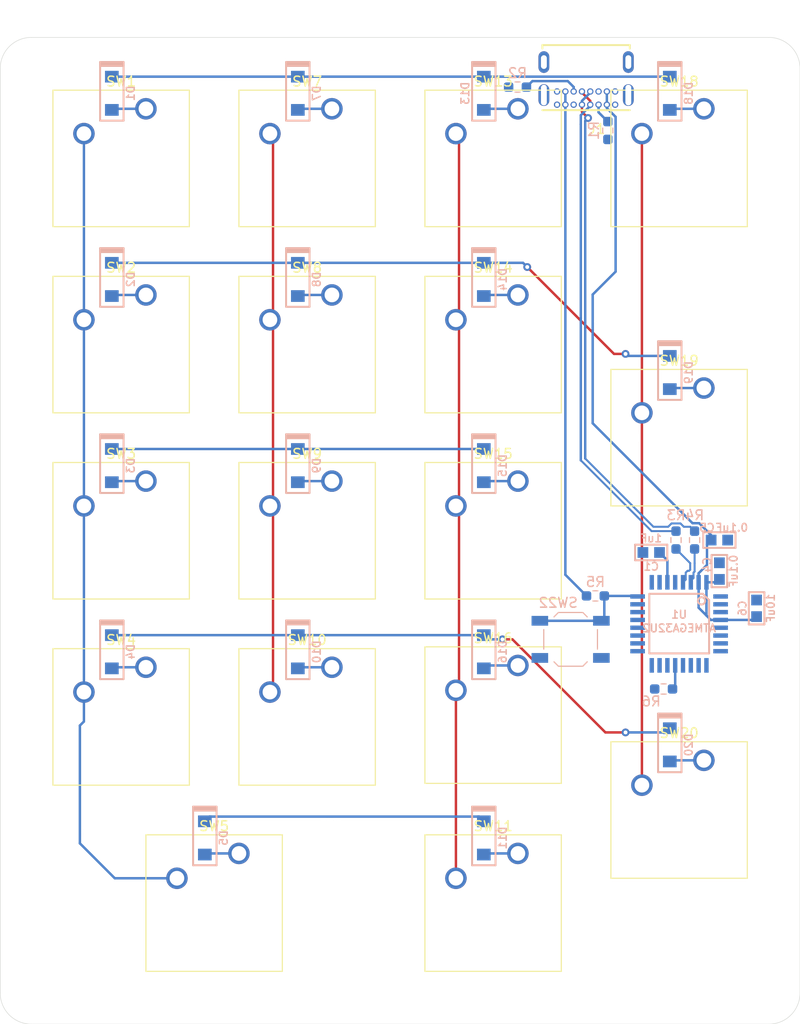
<source format=kicad_pcb>
(kicad_pcb (version 20171130) (host pcbnew "(5.1.10)-1")

  (general
    (thickness 1.6)
    (drawings 8)
    (tracks 181)
    (zones 0)
    (modules 47)
    (nets 62)
  )

  (page A4)
  (layers
    (0 F.Cu signal)
    (31 B.Cu signal)
    (32 B.Adhes user)
    (33 F.Adhes user)
    (34 B.Paste user)
    (35 F.Paste user)
    (36 B.SilkS user)
    (37 F.SilkS user)
    (38 B.Mask user)
    (39 F.Mask user)
    (40 Dwgs.User user)
    (41 Cmts.User user)
    (42 Eco1.User user)
    (43 Eco2.User user)
    (44 Edge.Cuts user)
    (45 Margin user)
    (46 B.CrtYd user)
    (47 F.CrtYd user)
    (48 B.Fab user)
    (49 F.Fab user)
  )

  (setup
    (last_trace_width 0.25)
    (trace_clearance 0.2)
    (zone_clearance 0.508)
    (zone_45_only no)
    (trace_min 0.2)
    (via_size 0.8)
    (via_drill 0.4)
    (via_min_size 0.4)
    (via_min_drill 0.3)
    (uvia_size 0.3)
    (uvia_drill 0.1)
    (uvias_allowed no)
    (uvia_min_size 0.2)
    (uvia_min_drill 0.1)
    (edge_width 0.05)
    (segment_width 0.2)
    (pcb_text_width 0.3)
    (pcb_text_size 1.5 1.5)
    (mod_edge_width 0.12)
    (mod_text_size 1 1)
    (mod_text_width 0.15)
    (pad_size 1.524 1.524)
    (pad_drill 0.762)
    (pad_to_mask_clearance 0)
    (aux_axis_origin 0 0)
    (visible_elements FFFFFF7F)
    (pcbplotparams
      (layerselection 0x010fc_ffffffff)
      (usegerberextensions false)
      (usegerberattributes true)
      (usegerberadvancedattributes true)
      (creategerberjobfile true)
      (excludeedgelayer true)
      (linewidth 0.100000)
      (plotframeref false)
      (viasonmask false)
      (mode 1)
      (useauxorigin false)
      (hpglpennumber 1)
      (hpglpenspeed 20)
      (hpglpendiameter 15.000000)
      (psnegative false)
      (psa4output false)
      (plotreference true)
      (plotvalue true)
      (plotinvisibletext false)
      (padsonsilk false)
      (subtractmaskfromsilk false)
      (outputformat 1)
      (mirror false)
      (drillshape 1)
      (scaleselection 1)
      (outputdirectory ""))
  )

  (net 0 "")
  (net 1 "Net-(C1-Pad2)")
  (net 2 VCC)
  (net 3 /row0)
  (net 4 "Net-(D1-Pad2)")
  (net 5 /row1)
  (net 6 "Net-(D2-Pad2)")
  (net 7 /row2)
  (net 8 "Net-(D3-Pad2)")
  (net 9 /row3)
  (net 10 "Net-(D4-Pad2)")
  (net 11 /row4)
  (net 12 "Net-(D5-Pad2)")
  (net 13 "Net-(D7-Pad2)")
  (net 14 "Net-(D8-Pad2)")
  (net 15 "Net-(D9-Pad2)")
  (net 16 "Net-(D10-Pad2)")
  (net 17 "Net-(D11-Pad2)")
  (net 18 "Net-(D13-Pad2)")
  (net 19 "Net-(D14-Pad2)")
  (net 20 "Net-(D15-Pad2)")
  (net 21 "Net-(D16-Pad2)")
  (net 22 "Net-(D18-Pad2)")
  (net 23 "Net-(D19-Pad2)")
  (net 24 "Net-(D20-Pad2)")
  (net 25 /D+)
  (net 26 /D-)
  (net 27 "Net-(J1-PadA8)")
  (net 28 "Net-(J1-PadB8)")
  (net 29 "Net-(R5-Pad1)")
  (net 30 "Net-(R6-Pad1)")
  (net 31 /col0)
  (net 32 /col1)
  (net 33 /col2)
  (net 34 /col3)
  (net 35 "Net-(U1-Pad16)")
  (net 36 "Net-(U1-Pad15)")
  (net 37 "Net-(U1-Pad14)")
  (net 38 "Net-(U1-Pad12)")
  (net 39 "Net-(U1-Pad11)")
  (net 40 "Net-(U1-Pad10)")
  (net 41 "Net-(U1-Pad9)")
  (net 42 "Net-(U1-Pad25)")
  (net 43 "Net-(U1-Pad26)")
  (net 44 "Net-(U1-Pad23)")
  (net 45 "Net-(U1-Pad22)")
  (net 46 "Net-(U1-Pad21)")
  (net 47 "Net-(U1-Pad20)")
  (net 48 "Net-(U1-Pad19)")
  (net 49 "Net-(U1-Pad18)")
  (net 50 "Net-(U1-Pad17)")
  (net 51 "Net-(U1-Pad1)")
  (net 52 "Net-(U1-Pad2)")
  (net 53 "Net-(U1-Pad5)")
  (net 54 "Net-(U1-Pad6)")
  (net 55 "Net-(U1-Pad7)")
  (net 56 "Net-(U1-Pad8)")
  (net 57 GND)
  (net 58 /D_N)
  (net 59 /D_P)
  (net 60 /CC1)
  (net 61 /CC2)

  (net_class Default "This is the default net class."
    (clearance 0.2)
    (trace_width 0.25)
    (via_dia 0.8)
    (via_drill 0.4)
    (uvia_dia 0.3)
    (uvia_drill 0.1)
    (add_net /CC1)
    (add_net /CC2)
    (add_net /D+)
    (add_net /D-)
    (add_net /D_N)
    (add_net /D_P)
    (add_net /col0)
    (add_net /col1)
    (add_net /col2)
    (add_net /col3)
    (add_net /row0)
    (add_net /row1)
    (add_net /row2)
    (add_net /row3)
    (add_net /row4)
    (add_net GND)
    (add_net "Net-(C1-Pad2)")
    (add_net "Net-(D1-Pad2)")
    (add_net "Net-(D10-Pad2)")
    (add_net "Net-(D11-Pad2)")
    (add_net "Net-(D13-Pad2)")
    (add_net "Net-(D14-Pad2)")
    (add_net "Net-(D15-Pad2)")
    (add_net "Net-(D16-Pad2)")
    (add_net "Net-(D18-Pad2)")
    (add_net "Net-(D19-Pad2)")
    (add_net "Net-(D2-Pad2)")
    (add_net "Net-(D20-Pad2)")
    (add_net "Net-(D3-Pad2)")
    (add_net "Net-(D4-Pad2)")
    (add_net "Net-(D5-Pad2)")
    (add_net "Net-(D7-Pad2)")
    (add_net "Net-(D8-Pad2)")
    (add_net "Net-(D9-Pad2)")
    (add_net "Net-(J1-PadA8)")
    (add_net "Net-(J1-PadB8)")
    (add_net "Net-(R5-Pad1)")
    (add_net "Net-(R6-Pad1)")
    (add_net "Net-(U1-Pad1)")
    (add_net "Net-(U1-Pad10)")
    (add_net "Net-(U1-Pad11)")
    (add_net "Net-(U1-Pad12)")
    (add_net "Net-(U1-Pad14)")
    (add_net "Net-(U1-Pad15)")
    (add_net "Net-(U1-Pad16)")
    (add_net "Net-(U1-Pad17)")
    (add_net "Net-(U1-Pad18)")
    (add_net "Net-(U1-Pad19)")
    (add_net "Net-(U1-Pad2)")
    (add_net "Net-(U1-Pad20)")
    (add_net "Net-(U1-Pad21)")
    (add_net "Net-(U1-Pad22)")
    (add_net "Net-(U1-Pad23)")
    (add_net "Net-(U1-Pad25)")
    (add_net "Net-(U1-Pad26)")
    (add_net "Net-(U1-Pad5)")
    (add_net "Net-(U1-Pad6)")
    (add_net "Net-(U1-Pad7)")
    (add_net "Net-(U1-Pad8)")
    (add_net "Net-(U1-Pad9)")
    (add_net VCC)
  )

  (module keyboard_parts:QFP32 (layer B.Cu) (tedit 0) (tstamp 61593E98)
    (at 138.1125 90.4875 180)
    (path /6157808D)
    (fp_text reference U1 (at 0 0.95) (layer B.SilkS)
      (effects (font (size 0.8 0.8) (thickness 0.15)) (justify mirror))
    )
    (fp_text value ATMEGA32U2 (at 0 -0.45) (layer B.SilkS)
      (effects (font (size 0.8 0.8) (thickness 0.15)) (justify mirror))
    )
    (fp_circle (center -2.3 2.35) (end -2.025 2.1) (layer B.SilkS) (width 0.2))
    (fp_line (start 3.05 3.05) (end 3.05 -3.025) (layer B.SilkS) (width 0.2))
    (fp_line (start 3.05 -3.025) (end -3.075 -3.025) (layer B.SilkS) (width 0.2))
    (fp_line (start -3.075 -3.025) (end -3.075 2.425) (layer B.SilkS) (width 0.2))
    (fp_line (start -3.075 2.425) (end -2.425 3.075) (layer B.SilkS) (width 0.2))
    (fp_line (start -2.425 3.075) (end 3.05 3.075) (layer B.SilkS) (width 0.2))
    (pad 16 smd rect (at 2.8 -4.25 180) (size 0.45 1.5) (layers B.Cu B.Paste B.Mask)
      (net 35 "Net-(U1-Pad16)"))
    (pad 15 smd rect (at 2 -4.25 180) (size 0.45 1.5) (layers B.Cu B.Paste B.Mask)
      (net 36 "Net-(U1-Pad15)"))
    (pad 14 smd rect (at 1.2 -4.25 180) (size 0.45 1.5) (layers B.Cu B.Paste B.Mask)
      (net 37 "Net-(U1-Pad14)"))
    (pad 13 smd rect (at 0.4 -4.25 180) (size 0.45 1.5) (layers B.Cu B.Paste B.Mask)
      (net 30 "Net-(R6-Pad1)"))
    (pad 12 smd rect (at -0.4 -4.25 180) (size 0.45 1.5) (layers B.Cu B.Paste B.Mask)
      (net 38 "Net-(U1-Pad12)"))
    (pad 11 smd rect (at -1.2 -4.25 180) (size 0.45 1.5) (layers B.Cu B.Paste B.Mask)
      (net 39 "Net-(U1-Pad11)"))
    (pad 10 smd rect (at -2 -4.25 180) (size 0.45 1.5) (layers B.Cu B.Paste B.Mask)
      (net 40 "Net-(U1-Pad10)"))
    (pad 9 smd rect (at -2.8 -4.25 180) (size 0.45 1.5) (layers B.Cu B.Paste B.Mask)
      (net 41 "Net-(U1-Pad9)"))
    (pad 25 smd rect (at 2.8 4.25 180) (size 0.45 1.5) (layers B.Cu B.Paste B.Mask)
      (net 42 "Net-(U1-Pad25)"))
    (pad 26 smd rect (at 2 4.25 180) (size 0.45 1.5) (layers B.Cu B.Paste B.Mask)
      (net 43 "Net-(U1-Pad26)"))
    (pad 27 smd rect (at 1.2 4.25 180) (size 0.45 1.5) (layers B.Cu B.Paste B.Mask)
      (net 1 "Net-(C1-Pad2)"))
    (pad 28 smd rect (at 0.4 4.25 180) (size 0.45 1.5) (layers B.Cu B.Paste B.Mask)
      (net 57 GND))
    (pad 29 smd rect (at -0.4 4.25 180) (size 0.45 1.5) (layers B.Cu B.Paste B.Mask)
      (net 58 /D_N))
    (pad 30 smd rect (at -1.2 4.25 180) (size 0.45 1.5) (layers B.Cu B.Paste B.Mask)
      (net 59 /D_P))
    (pad 31 smd rect (at -2 4.25 180) (size 0.45 1.5) (layers B.Cu B.Paste B.Mask)
      (net 2 VCC))
    (pad 32 smd rect (at -2.8 4.25 180) (size 0.45 1.5) (layers B.Cu B.Paste B.Mask)
      (net 2 VCC))
    (pad 23 smd rect (at 4.25 2 180) (size 1.5 0.45) (layers B.Cu B.Paste B.Mask)
      (net 44 "Net-(U1-Pad23)"))
    (pad 22 smd rect (at 4.25 1.2 180) (size 1.5 0.45) (layers B.Cu B.Paste B.Mask)
      (net 45 "Net-(U1-Pad22)"))
    (pad 21 smd rect (at 4.25 0.4 180) (size 1.5 0.45) (layers B.Cu B.Paste B.Mask)
      (net 46 "Net-(U1-Pad21)"))
    (pad 20 smd rect (at 4.25 -0.4 180) (size 1.5 0.45) (layers B.Cu B.Paste B.Mask)
      (net 47 "Net-(U1-Pad20)"))
    (pad 19 smd rect (at 4.25 -1.2 180) (size 1.5 0.45) (layers B.Cu B.Paste B.Mask)
      (net 48 "Net-(U1-Pad19)"))
    (pad 18 smd rect (at 4.25 -2 180) (size 1.5 0.45) (layers B.Cu B.Paste B.Mask)
      (net 49 "Net-(U1-Pad18)"))
    (pad 17 smd rect (at 4.25 -2.8 180) (size 1.5 0.45) (layers B.Cu B.Paste B.Mask)
      (net 50 "Net-(U1-Pad17)"))
    (pad 24 smd rect (at 4.25 2.8 180) (size 1.5 0.45) (layers B.Cu B.Paste B.Mask)
      (net 29 "Net-(R5-Pad1)"))
    (pad 1 smd rect (at -4.25 2.8 180) (size 1.5 0.45) (layers B.Cu B.Paste B.Mask)
      (net 51 "Net-(U1-Pad1)"))
    (pad 2 smd rect (at -4.25 2 180) (size 1.5 0.45) (layers B.Cu B.Paste B.Mask)
      (net 52 "Net-(U1-Pad2)"))
    (pad 3 smd rect (at -4.25 1.2 180) (size 1.5 0.45) (layers B.Cu B.Paste B.Mask)
      (net 57 GND))
    (pad 4 smd rect (at -4.25 0.4 180) (size 1.5 0.45) (layers B.Cu B.Paste B.Mask)
      (net 2 VCC))
    (pad 5 smd rect (at -4.25 -0.4 180) (size 1.5 0.45) (layers B.Cu B.Paste B.Mask)
      (net 53 "Net-(U1-Pad5)"))
    (pad 6 smd rect (at -4.25 -1.2 180) (size 1.5 0.45) (layers B.Cu B.Paste B.Mask)
      (net 54 "Net-(U1-Pad6)"))
    (pad 7 smd rect (at -4.25 -2 180) (size 1.5 0.45) (layers B.Cu B.Paste B.Mask)
      (net 55 "Net-(U1-Pad7)"))
    (pad 8 smd rect (at -4.25 -2.8 180) (size 1.5 0.45) (layers B.Cu B.Paste B.Mask)
      (net 56 "Net-(U1-Pad8)"))
  )

  (module Button_Switch_SMD:SW_SPST_TL3342 (layer B.Cu) (tedit 5A02FC95) (tstamp 61592CB9)
    (at 127 92.075 180)
    (descr "Low-profile SMD Tactile Switch, https://www.e-switch.com/system/asset/product_line/data_sheet/165/TL3342.pdf")
    (tags "SPST Tactile Switch")
    (path /6169D543)
    (attr smd)
    (fp_text reference SW22 (at 1.27 3.75) (layer B.SilkS)
      (effects (font (size 1 1) (thickness 0.15)) (justify mirror))
    )
    (fp_text value SW_Push (at 0 -3.75) (layer B.Fab)
      (effects (font (size 1 1) (thickness 0.15)) (justify mirror))
    )
    (fp_text user %R (at 0 3.75) (layer B.Fab)
      (effects (font (size 1 1) (thickness 0.15)) (justify mirror))
    )
    (fp_line (start 3.2 -2.1) (end 3.2 -1.6) (layer B.Fab) (width 0.1))
    (fp_line (start 3.2 2.1) (end 3.2 1.6) (layer B.Fab) (width 0.1))
    (fp_line (start -3.2 -2.1) (end -3.2 -1.6) (layer B.Fab) (width 0.1))
    (fp_line (start -3.2 2.1) (end -3.2 1.6) (layer B.Fab) (width 0.1))
    (fp_line (start 2.7 2.1) (end 2.7 1.6) (layer B.Fab) (width 0.1))
    (fp_line (start 1.7 2.1) (end 3.2 2.1) (layer B.Fab) (width 0.1))
    (fp_line (start 3.2 1.6) (end 2.2 1.6) (layer B.Fab) (width 0.1))
    (fp_line (start -2.7 2.1) (end -2.7 1.6) (layer B.Fab) (width 0.1))
    (fp_line (start -1.7 2.1) (end -3.2 2.1) (layer B.Fab) (width 0.1))
    (fp_line (start -3.2 1.6) (end -2.2 1.6) (layer B.Fab) (width 0.1))
    (fp_line (start -2.7 -2.1) (end -2.7 -1.6) (layer B.Fab) (width 0.1))
    (fp_line (start -3.2 -1.6) (end -2.2 -1.6) (layer B.Fab) (width 0.1))
    (fp_line (start -1.7 -2.1) (end -3.2 -2.1) (layer B.Fab) (width 0.1))
    (fp_line (start 1.7 -2.1) (end 3.2 -2.1) (layer B.Fab) (width 0.1))
    (fp_line (start 2.7 -2.1) (end 2.7 -1.6) (layer B.Fab) (width 0.1))
    (fp_line (start 3.2 -1.6) (end 2.2 -1.6) (layer B.Fab) (width 0.1))
    (fp_line (start -1.7 -2.3) (end -1.25 -2.75) (layer B.SilkS) (width 0.12))
    (fp_line (start 1.7 -2.3) (end 1.25 -2.75) (layer B.SilkS) (width 0.12))
    (fp_line (start 1.7 2.3) (end 1.25 2.75) (layer B.SilkS) (width 0.12))
    (fp_line (start -1.7 2.3) (end -1.25 2.75) (layer B.SilkS) (width 0.12))
    (fp_line (start -2 1) (end -1 2) (layer B.Fab) (width 0.1))
    (fp_line (start -1 2) (end 1 2) (layer B.Fab) (width 0.1))
    (fp_line (start 1 2) (end 2 1) (layer B.Fab) (width 0.1))
    (fp_line (start 2 1) (end 2 -1) (layer B.Fab) (width 0.1))
    (fp_line (start 2 -1) (end 1 -2) (layer B.Fab) (width 0.1))
    (fp_line (start 1 -2) (end -1 -2) (layer B.Fab) (width 0.1))
    (fp_line (start -1 -2) (end -2 -1) (layer B.Fab) (width 0.1))
    (fp_line (start -2 -1) (end -2 1) (layer B.Fab) (width 0.1))
    (fp_line (start 2.75 1) (end 2.75 -1) (layer B.SilkS) (width 0.12))
    (fp_line (start -1.25 -2.75) (end 1.25 -2.75) (layer B.SilkS) (width 0.12))
    (fp_line (start -2.75 1) (end -2.75 -1) (layer B.SilkS) (width 0.12))
    (fp_line (start -1.25 2.75) (end 1.25 2.75) (layer B.SilkS) (width 0.12))
    (fp_line (start -2.6 1.2) (end -2.6 -1.2) (layer B.Fab) (width 0.1))
    (fp_line (start -2.6 -1.2) (end -1.2 -2.6) (layer B.Fab) (width 0.1))
    (fp_line (start -1.2 -2.6) (end 1.2 -2.6) (layer B.Fab) (width 0.1))
    (fp_line (start 1.2 -2.6) (end 2.6 -1.2) (layer B.Fab) (width 0.1))
    (fp_line (start 2.6 -1.2) (end 2.6 1.2) (layer B.Fab) (width 0.1))
    (fp_line (start 2.6 1.2) (end 1.2 2.6) (layer B.Fab) (width 0.1))
    (fp_line (start 1.2 2.6) (end -1.2 2.6) (layer B.Fab) (width 0.1))
    (fp_line (start -1.2 2.6) (end -2.6 1.2) (layer B.Fab) (width 0.1))
    (fp_line (start -4.25 3) (end 4.25 3) (layer B.CrtYd) (width 0.05))
    (fp_line (start 4.25 3) (end 4.25 -3) (layer B.CrtYd) (width 0.05))
    (fp_line (start 4.25 -3) (end -4.25 -3) (layer B.CrtYd) (width 0.05))
    (fp_line (start -4.25 -3) (end -4.25 3) (layer B.CrtYd) (width 0.05))
    (fp_circle (center 0 0) (end 1 0) (layer B.Fab) (width 0.1))
    (pad 2 smd rect (at 3.15 -1.9 180) (size 1.7 1) (layers B.Cu B.Paste B.Mask)
      (net 57 GND))
    (pad 2 smd rect (at -3.15 -1.9 180) (size 1.7 1) (layers B.Cu B.Paste B.Mask)
      (net 57 GND))
    (pad 1 smd rect (at 3.15 1.9 180) (size 1.7 1) (layers B.Cu B.Paste B.Mask)
      (net 29 "Net-(R5-Pad1)"))
    (pad 1 smd rect (at -3.15 1.9 180) (size 1.7 1) (layers B.Cu B.Paste B.Mask)
      (net 29 "Net-(R5-Pad1)"))
    (model ${KISYS3DMOD}/Button_Switch_SMD.3dshapes/SW_SPST_TL3342.wrl
      (at (xyz 0 0 0))
      (scale (xyz 1 1 1))
      (rotate (xyz 0 0 0))
    )
  )

  (module Button_Switch_Keyboard:SW_Cherry_MX_2.00u_Vertical_PCB (layer F.Cu) (tedit 5A02FE24) (tstamp 61592C83)
    (at 140.6525 104.4575)
    (descr "Cherry MX keyswitch, 2.00u, vertical, PCB mount, http://cherryamericas.com/wp-content/uploads/2014/12/mx_cat.pdf")
    (tags "Cherry MX keyswitch 2.00u vertical PCB")
    (path /61583430)
    (fp_text reference SW20 (at -2.54 -2.794) (layer F.SilkS)
      (effects (font (size 1 1) (thickness 0.15)))
    )
    (fp_text value SW_SPST (at -2.54 12.954) (layer F.Fab)
      (effects (font (size 1 1) (thickness 0.15)))
    )
    (fp_text user %R (at -2.54 -2.794) (layer F.Fab)
      (effects (font (size 1 1) (thickness 0.15)))
    )
    (fp_line (start -8.89 -1.27) (end 3.81 -1.27) (layer F.Fab) (width 0.1))
    (fp_line (start 3.81 -1.27) (end 3.81 11.43) (layer F.Fab) (width 0.1))
    (fp_line (start 3.81 11.43) (end -8.89 11.43) (layer F.Fab) (width 0.1))
    (fp_line (start -8.89 11.43) (end -8.89 -1.27) (layer F.Fab) (width 0.1))
    (fp_line (start -9.14 11.68) (end -9.14 -1.52) (layer F.CrtYd) (width 0.05))
    (fp_line (start 4.06 11.68) (end -9.14 11.68) (layer F.CrtYd) (width 0.05))
    (fp_line (start 4.06 -1.52) (end 4.06 11.68) (layer F.CrtYd) (width 0.05))
    (fp_line (start -9.14 -1.52) (end 4.06 -1.52) (layer F.CrtYd) (width 0.05))
    (fp_line (start -12.065 24.13) (end -12.065 -13.97) (layer Dwgs.User) (width 0.15))
    (fp_line (start -12.065 -13.97) (end 6.985 -13.97) (layer Dwgs.User) (width 0.15))
    (fp_line (start 6.985 -13.97) (end 6.985 24.13) (layer Dwgs.User) (width 0.15))
    (fp_line (start 6.985 24.13) (end -12.065 24.13) (layer Dwgs.User) (width 0.15))
    (fp_line (start -9.525 -1.905) (end 4.445 -1.905) (layer F.SilkS) (width 0.12))
    (fp_line (start 4.445 -1.905) (end 4.445 12.065) (layer F.SilkS) (width 0.12))
    (fp_line (start 4.445 12.065) (end -9.525 12.065) (layer F.SilkS) (width 0.12))
    (fp_line (start -9.525 12.065) (end -9.525 -1.905) (layer F.SilkS) (width 0.12))
    (pad "" np_thru_hole circle (at -9.54 -6.82) (size 3.05 3.05) (drill 3.05) (layers *.Cu *.Mask))
    (pad "" np_thru_hole circle (at -9.54 16.98) (size 3.05 3.05) (drill 3.05) (layers *.Cu *.Mask))
    (pad "" np_thru_hole circle (at 5.7 16.98) (size 4 4) (drill 4) (layers *.Cu *.Mask))
    (pad "" np_thru_hole circle (at 5.7 -6.82) (size 4 4) (drill 4) (layers *.Cu *.Mask))
    (pad "" np_thru_hole circle (at 2.54 5.08) (size 1.7 1.7) (drill 1.7) (layers *.Cu *.Mask))
    (pad "" np_thru_hole circle (at -7.62 5.08) (size 1.7 1.7) (drill 1.7) (layers *.Cu *.Mask))
    (pad "" np_thru_hole circle (at -2.54 5.08) (size 4 4) (drill 4) (layers *.Cu *.Mask))
    (pad 2 thru_hole circle (at -6.35 2.54) (size 2.2 2.2) (drill 1.5) (layers *.Cu *.Mask)
      (net 34 /col3))
    (pad 1 thru_hole circle (at 0 0) (size 2.2 2.2) (drill 1.5) (layers *.Cu *.Mask)
      (net 24 "Net-(D20-Pad2)"))
    (model ${KISYS3DMOD}/Button_Switch_Keyboard.3dshapes/SW_Cherry_MX_2.00u_Vertical_PCB.wrl
      (at (xyz 0 0 0))
      (scale (xyz 1 1 1))
      (rotate (xyz 0 0 0))
    )
  )

  (module Button_Switch_Keyboard:SW_Cherry_MX_2.00u_Vertical_PCB (layer F.Cu) (tedit 5A02FE24) (tstamp 61592C65)
    (at 140.6525 66.3575)
    (descr "Cherry MX keyswitch, 2.00u, vertical, PCB mount, http://cherryamericas.com/wp-content/uploads/2014/12/mx_cat.pdf")
    (tags "Cherry MX keyswitch 2.00u vertical PCB")
    (path /61581A78)
    (fp_text reference SW19 (at -2.54 -2.794) (layer F.SilkS)
      (effects (font (size 1 1) (thickness 0.15)))
    )
    (fp_text value SW_SPST (at -2.54 12.954) (layer F.Fab)
      (effects (font (size 1 1) (thickness 0.15)))
    )
    (fp_text user %R (at -2.54 -2.794) (layer F.Fab)
      (effects (font (size 1 1) (thickness 0.15)))
    )
    (fp_line (start -8.89 -1.27) (end 3.81 -1.27) (layer F.Fab) (width 0.1))
    (fp_line (start 3.81 -1.27) (end 3.81 11.43) (layer F.Fab) (width 0.1))
    (fp_line (start 3.81 11.43) (end -8.89 11.43) (layer F.Fab) (width 0.1))
    (fp_line (start -8.89 11.43) (end -8.89 -1.27) (layer F.Fab) (width 0.1))
    (fp_line (start -9.14 11.68) (end -9.14 -1.52) (layer F.CrtYd) (width 0.05))
    (fp_line (start 4.06 11.68) (end -9.14 11.68) (layer F.CrtYd) (width 0.05))
    (fp_line (start 4.06 -1.52) (end 4.06 11.68) (layer F.CrtYd) (width 0.05))
    (fp_line (start -9.14 -1.52) (end 4.06 -1.52) (layer F.CrtYd) (width 0.05))
    (fp_line (start -12.065 24.13) (end -12.065 -13.97) (layer Dwgs.User) (width 0.15))
    (fp_line (start -12.065 -13.97) (end 6.985 -13.97) (layer Dwgs.User) (width 0.15))
    (fp_line (start 6.985 -13.97) (end 6.985 24.13) (layer Dwgs.User) (width 0.15))
    (fp_line (start 6.985 24.13) (end -12.065 24.13) (layer Dwgs.User) (width 0.15))
    (fp_line (start -9.525 -1.905) (end 4.445 -1.905) (layer F.SilkS) (width 0.12))
    (fp_line (start 4.445 -1.905) (end 4.445 12.065) (layer F.SilkS) (width 0.12))
    (fp_line (start 4.445 12.065) (end -9.525 12.065) (layer F.SilkS) (width 0.12))
    (fp_line (start -9.525 12.065) (end -9.525 -1.905) (layer F.SilkS) (width 0.12))
    (pad "" np_thru_hole circle (at -9.54 -6.82) (size 3.05 3.05) (drill 3.05) (layers *.Cu *.Mask))
    (pad "" np_thru_hole circle (at -9.54 16.98) (size 3.05 3.05) (drill 3.05) (layers *.Cu *.Mask))
    (pad "" np_thru_hole circle (at 5.7 16.98) (size 4 4) (drill 4) (layers *.Cu *.Mask))
    (pad "" np_thru_hole circle (at 5.7 -6.82) (size 4 4) (drill 4) (layers *.Cu *.Mask))
    (pad "" np_thru_hole circle (at 2.54 5.08) (size 1.7 1.7) (drill 1.7) (layers *.Cu *.Mask))
    (pad "" np_thru_hole circle (at -7.62 5.08) (size 1.7 1.7) (drill 1.7) (layers *.Cu *.Mask))
    (pad "" np_thru_hole circle (at -2.54 5.08) (size 4 4) (drill 4) (layers *.Cu *.Mask))
    (pad 2 thru_hole circle (at -6.35 2.54) (size 2.2 2.2) (drill 1.5) (layers *.Cu *.Mask)
      (net 34 /col3))
    (pad 1 thru_hole circle (at 0 0) (size 2.2 2.2) (drill 1.5) (layers *.Cu *.Mask)
      (net 23 "Net-(D19-Pad2)"))
    (model ${KISYS3DMOD}/Button_Switch_Keyboard.3dshapes/SW_Cherry_MX_2.00u_Vertical_PCB.wrl
      (at (xyz 0 0 0))
      (scale (xyz 1 1 1))
      (rotate (xyz 0 0 0))
    )
  )

  (module Button_Switch_Keyboard:SW_Cherry_MX_1.00u_PCB (layer F.Cu) (tedit 5A02FE24) (tstamp 61592C47)
    (at 140.6525 37.7825)
    (descr "Cherry MX keyswitch, 1.00u, PCB mount, http://cherryamericas.com/wp-content/uploads/2014/12/mx_cat.pdf")
    (tags "Cherry MX keyswitch 1.00u PCB")
    (path /6157E2A9)
    (fp_text reference SW18 (at -2.54 -2.794) (layer F.SilkS)
      (effects (font (size 1 1) (thickness 0.15)))
    )
    (fp_text value SW_SPST (at -2.54 12.954) (layer F.Fab)
      (effects (font (size 1 1) (thickness 0.15)))
    )
    (fp_text user %R (at -2.54 -2.794) (layer F.Fab)
      (effects (font (size 1 1) (thickness 0.15)))
    )
    (fp_line (start -8.89 -1.27) (end 3.81 -1.27) (layer F.Fab) (width 0.1))
    (fp_line (start 3.81 -1.27) (end 3.81 11.43) (layer F.Fab) (width 0.1))
    (fp_line (start 3.81 11.43) (end -8.89 11.43) (layer F.Fab) (width 0.1))
    (fp_line (start -8.89 11.43) (end -8.89 -1.27) (layer F.Fab) (width 0.1))
    (fp_line (start -9.14 11.68) (end -9.14 -1.52) (layer F.CrtYd) (width 0.05))
    (fp_line (start 4.06 11.68) (end -9.14 11.68) (layer F.CrtYd) (width 0.05))
    (fp_line (start 4.06 -1.52) (end 4.06 11.68) (layer F.CrtYd) (width 0.05))
    (fp_line (start -9.14 -1.52) (end 4.06 -1.52) (layer F.CrtYd) (width 0.05))
    (fp_line (start -12.065 -4.445) (end 6.985 -4.445) (layer Dwgs.User) (width 0.15))
    (fp_line (start 6.985 -4.445) (end 6.985 14.605) (layer Dwgs.User) (width 0.15))
    (fp_line (start 6.985 14.605) (end -12.065 14.605) (layer Dwgs.User) (width 0.15))
    (fp_line (start -12.065 14.605) (end -12.065 -4.445) (layer Dwgs.User) (width 0.15))
    (fp_line (start -9.525 -1.905) (end 4.445 -1.905) (layer F.SilkS) (width 0.12))
    (fp_line (start 4.445 -1.905) (end 4.445 12.065) (layer F.SilkS) (width 0.12))
    (fp_line (start 4.445 12.065) (end -9.525 12.065) (layer F.SilkS) (width 0.12))
    (fp_line (start -9.525 12.065) (end -9.525 -1.905) (layer F.SilkS) (width 0.12))
    (pad "" np_thru_hole circle (at 2.54 5.08) (size 1.7 1.7) (drill 1.7) (layers *.Cu *.Mask))
    (pad "" np_thru_hole circle (at -7.62 5.08) (size 1.7 1.7) (drill 1.7) (layers *.Cu *.Mask))
    (pad "" np_thru_hole circle (at -2.54 5.08) (size 4 4) (drill 4) (layers *.Cu *.Mask))
    (pad 2 thru_hole circle (at -6.35 2.54) (size 2.2 2.2) (drill 1.5) (layers *.Cu *.Mask)
      (net 34 /col3))
    (pad 1 thru_hole circle (at 0 0) (size 2.2 2.2) (drill 1.5) (layers *.Cu *.Mask)
      (net 22 "Net-(D18-Pad2)"))
    (model ${KISYS3DMOD}/Button_Switch_Keyboard.3dshapes/SW_Cherry_MX_1.00u_PCB.wrl
      (at (xyz 0 0 0))
      (scale (xyz 1 1 1))
      (rotate (xyz 0 0 0))
    )
  )

  (module Button_Switch_Keyboard:SW_Cherry_MX_1.00u_PCB (layer F.Cu) (tedit 5A02FE24) (tstamp 61592C2D)
    (at 121.6025 94.7475)
    (descr "Cherry MX keyswitch, 1.00u, PCB mount, http://cherryamericas.com/wp-content/uploads/2014/12/mx_cat.pdf")
    (tags "Cherry MX keyswitch 1.00u PCB")
    (path /615864AF)
    (fp_text reference SW16 (at -2.54 -2.794) (layer F.SilkS)
      (effects (font (size 1 1) (thickness 0.15)))
    )
    (fp_text value SW_SPST (at -2.54 12.954) (layer F.Fab)
      (effects (font (size 1 1) (thickness 0.15)))
    )
    (fp_text user %R (at -2.54 -2.794) (layer F.Fab)
      (effects (font (size 1 1) (thickness 0.15)))
    )
    (fp_line (start -8.89 -1.27) (end 3.81 -1.27) (layer F.Fab) (width 0.1))
    (fp_line (start 3.81 -1.27) (end 3.81 11.43) (layer F.Fab) (width 0.1))
    (fp_line (start 3.81 11.43) (end -8.89 11.43) (layer F.Fab) (width 0.1))
    (fp_line (start -8.89 11.43) (end -8.89 -1.27) (layer F.Fab) (width 0.1))
    (fp_line (start -9.14 11.68) (end -9.14 -1.52) (layer F.CrtYd) (width 0.05))
    (fp_line (start 4.06 11.68) (end -9.14 11.68) (layer F.CrtYd) (width 0.05))
    (fp_line (start 4.06 -1.52) (end 4.06 11.68) (layer F.CrtYd) (width 0.05))
    (fp_line (start -9.14 -1.52) (end 4.06 -1.52) (layer F.CrtYd) (width 0.05))
    (fp_line (start -12.065 -4.445) (end 6.985 -4.445) (layer Dwgs.User) (width 0.15))
    (fp_line (start 6.985 -4.445) (end 6.985 14.605) (layer Dwgs.User) (width 0.15))
    (fp_line (start 6.985 14.605) (end -12.065 14.605) (layer Dwgs.User) (width 0.15))
    (fp_line (start -12.065 14.605) (end -12.065 -4.445) (layer Dwgs.User) (width 0.15))
    (fp_line (start -9.525 -1.905) (end 4.445 -1.905) (layer F.SilkS) (width 0.12))
    (fp_line (start 4.445 -1.905) (end 4.445 12.065) (layer F.SilkS) (width 0.12))
    (fp_line (start 4.445 12.065) (end -9.525 12.065) (layer F.SilkS) (width 0.12))
    (fp_line (start -9.525 12.065) (end -9.525 -1.905) (layer F.SilkS) (width 0.12))
    (pad "" np_thru_hole circle (at 2.54 5.08) (size 1.7 1.7) (drill 1.7) (layers *.Cu *.Mask))
    (pad "" np_thru_hole circle (at -7.62 5.08) (size 1.7 1.7) (drill 1.7) (layers *.Cu *.Mask))
    (pad "" np_thru_hole circle (at -2.54 5.08) (size 4 4) (drill 4) (layers *.Cu *.Mask))
    (pad 2 thru_hole circle (at -6.35 2.54) (size 2.2 2.2) (drill 1.5) (layers *.Cu *.Mask)
      (net 33 /col2))
    (pad 1 thru_hole circle (at 0 0) (size 2.2 2.2) (drill 1.5) (layers *.Cu *.Mask)
      (net 21 "Net-(D16-Pad2)"))
    (model ${KISYS3DMOD}/Button_Switch_Keyboard.3dshapes/SW_Cherry_MX_1.00u_PCB.wrl
      (at (xyz 0 0 0))
      (scale (xyz 1 1 1))
      (rotate (xyz 0 0 0))
    )
  )

  (module Button_Switch_Keyboard:SW_Cherry_MX_1.00u_PCB (layer F.Cu) (tedit 5A02FE24) (tstamp 61592C13)
    (at 121.6025 75.8825)
    (descr "Cherry MX keyswitch, 1.00u, PCB mount, http://cherryamericas.com/wp-content/uploads/2014/12/mx_cat.pdf")
    (tags "Cherry MX keyswitch 1.00u PCB")
    (path /6158342A)
    (fp_text reference SW15 (at -2.54 -2.794) (layer F.SilkS)
      (effects (font (size 1 1) (thickness 0.15)))
    )
    (fp_text value SW_SPST (at -2.54 12.954) (layer F.Fab)
      (effects (font (size 1 1) (thickness 0.15)))
    )
    (fp_text user %R (at -2.54 -2.794) (layer F.Fab)
      (effects (font (size 1 1) (thickness 0.15)))
    )
    (fp_line (start -8.89 -1.27) (end 3.81 -1.27) (layer F.Fab) (width 0.1))
    (fp_line (start 3.81 -1.27) (end 3.81 11.43) (layer F.Fab) (width 0.1))
    (fp_line (start 3.81 11.43) (end -8.89 11.43) (layer F.Fab) (width 0.1))
    (fp_line (start -8.89 11.43) (end -8.89 -1.27) (layer F.Fab) (width 0.1))
    (fp_line (start -9.14 11.68) (end -9.14 -1.52) (layer F.CrtYd) (width 0.05))
    (fp_line (start 4.06 11.68) (end -9.14 11.68) (layer F.CrtYd) (width 0.05))
    (fp_line (start 4.06 -1.52) (end 4.06 11.68) (layer F.CrtYd) (width 0.05))
    (fp_line (start -9.14 -1.52) (end 4.06 -1.52) (layer F.CrtYd) (width 0.05))
    (fp_line (start -12.065 -4.445) (end 6.985 -4.445) (layer Dwgs.User) (width 0.15))
    (fp_line (start 6.985 -4.445) (end 6.985 14.605) (layer Dwgs.User) (width 0.15))
    (fp_line (start 6.985 14.605) (end -12.065 14.605) (layer Dwgs.User) (width 0.15))
    (fp_line (start -12.065 14.605) (end -12.065 -4.445) (layer Dwgs.User) (width 0.15))
    (fp_line (start -9.525 -1.905) (end 4.445 -1.905) (layer F.SilkS) (width 0.12))
    (fp_line (start 4.445 -1.905) (end 4.445 12.065) (layer F.SilkS) (width 0.12))
    (fp_line (start 4.445 12.065) (end -9.525 12.065) (layer F.SilkS) (width 0.12))
    (fp_line (start -9.525 12.065) (end -9.525 -1.905) (layer F.SilkS) (width 0.12))
    (pad "" np_thru_hole circle (at 2.54 5.08) (size 1.7 1.7) (drill 1.7) (layers *.Cu *.Mask))
    (pad "" np_thru_hole circle (at -7.62 5.08) (size 1.7 1.7) (drill 1.7) (layers *.Cu *.Mask))
    (pad "" np_thru_hole circle (at -2.54 5.08) (size 4 4) (drill 4) (layers *.Cu *.Mask))
    (pad 2 thru_hole circle (at -6.35 2.54) (size 2.2 2.2) (drill 1.5) (layers *.Cu *.Mask)
      (net 33 /col2))
    (pad 1 thru_hole circle (at 0 0) (size 2.2 2.2) (drill 1.5) (layers *.Cu *.Mask)
      (net 20 "Net-(D15-Pad2)"))
    (model ${KISYS3DMOD}/Button_Switch_Keyboard.3dshapes/SW_Cherry_MX_1.00u_PCB.wrl
      (at (xyz 0 0 0))
      (scale (xyz 1 1 1))
      (rotate (xyz 0 0 0))
    )
  )

  (module Button_Switch_Keyboard:SW_Cherry_MX_1.00u_PCB (layer F.Cu) (tedit 5A02FE24) (tstamp 61592BF9)
    (at 121.6025 56.8325)
    (descr "Cherry MX keyswitch, 1.00u, PCB mount, http://cherryamericas.com/wp-content/uploads/2014/12/mx_cat.pdf")
    (tags "Cherry MX keyswitch 1.00u PCB")
    (path /61581A72)
    (fp_text reference SW14 (at -2.54 -2.794) (layer F.SilkS)
      (effects (font (size 1 1) (thickness 0.15)))
    )
    (fp_text value SW_SPST (at -2.54 12.954) (layer F.Fab)
      (effects (font (size 1 1) (thickness 0.15)))
    )
    (fp_text user %R (at -2.54 -2.794) (layer F.Fab)
      (effects (font (size 1 1) (thickness 0.15)))
    )
    (fp_line (start -8.89 -1.27) (end 3.81 -1.27) (layer F.Fab) (width 0.1))
    (fp_line (start 3.81 -1.27) (end 3.81 11.43) (layer F.Fab) (width 0.1))
    (fp_line (start 3.81 11.43) (end -8.89 11.43) (layer F.Fab) (width 0.1))
    (fp_line (start -8.89 11.43) (end -8.89 -1.27) (layer F.Fab) (width 0.1))
    (fp_line (start -9.14 11.68) (end -9.14 -1.52) (layer F.CrtYd) (width 0.05))
    (fp_line (start 4.06 11.68) (end -9.14 11.68) (layer F.CrtYd) (width 0.05))
    (fp_line (start 4.06 -1.52) (end 4.06 11.68) (layer F.CrtYd) (width 0.05))
    (fp_line (start -9.14 -1.52) (end 4.06 -1.52) (layer F.CrtYd) (width 0.05))
    (fp_line (start -12.065 -4.445) (end 6.985 -4.445) (layer Dwgs.User) (width 0.15))
    (fp_line (start 6.985 -4.445) (end 6.985 14.605) (layer Dwgs.User) (width 0.15))
    (fp_line (start 6.985 14.605) (end -12.065 14.605) (layer Dwgs.User) (width 0.15))
    (fp_line (start -12.065 14.605) (end -12.065 -4.445) (layer Dwgs.User) (width 0.15))
    (fp_line (start -9.525 -1.905) (end 4.445 -1.905) (layer F.SilkS) (width 0.12))
    (fp_line (start 4.445 -1.905) (end 4.445 12.065) (layer F.SilkS) (width 0.12))
    (fp_line (start 4.445 12.065) (end -9.525 12.065) (layer F.SilkS) (width 0.12))
    (fp_line (start -9.525 12.065) (end -9.525 -1.905) (layer F.SilkS) (width 0.12))
    (pad "" np_thru_hole circle (at 2.54 5.08) (size 1.7 1.7) (drill 1.7) (layers *.Cu *.Mask))
    (pad "" np_thru_hole circle (at -7.62 5.08) (size 1.7 1.7) (drill 1.7) (layers *.Cu *.Mask))
    (pad "" np_thru_hole circle (at -2.54 5.08) (size 4 4) (drill 4) (layers *.Cu *.Mask))
    (pad 2 thru_hole circle (at -6.35 2.54) (size 2.2 2.2) (drill 1.5) (layers *.Cu *.Mask)
      (net 33 /col2))
    (pad 1 thru_hole circle (at 0 0) (size 2.2 2.2) (drill 1.5) (layers *.Cu *.Mask)
      (net 19 "Net-(D14-Pad2)"))
    (model ${KISYS3DMOD}/Button_Switch_Keyboard.3dshapes/SW_Cherry_MX_1.00u_PCB.wrl
      (at (xyz 0 0 0))
      (scale (xyz 1 1 1))
      (rotate (xyz 0 0 0))
    )
  )

  (module Button_Switch_Keyboard:SW_Cherry_MX_1.00u_PCB (layer F.Cu) (tedit 5A02FE24) (tstamp 61592BDF)
    (at 121.6025 37.7825)
    (descr "Cherry MX keyswitch, 1.00u, PCB mount, http://cherryamericas.com/wp-content/uploads/2014/12/mx_cat.pdf")
    (tags "Cherry MX keyswitch 1.00u PCB")
    (path /6157DBEF)
    (fp_text reference SW13 (at -2.54 -2.794) (layer F.SilkS)
      (effects (font (size 1 1) (thickness 0.15)))
    )
    (fp_text value SW_SPST (at -2.54 12.954) (layer F.Fab)
      (effects (font (size 1 1) (thickness 0.15)))
    )
    (fp_text user %R (at -2.54 -2.794) (layer F.Fab)
      (effects (font (size 1 1) (thickness 0.15)))
    )
    (fp_line (start -8.89 -1.27) (end 3.81 -1.27) (layer F.Fab) (width 0.1))
    (fp_line (start 3.81 -1.27) (end 3.81 11.43) (layer F.Fab) (width 0.1))
    (fp_line (start 3.81 11.43) (end -8.89 11.43) (layer F.Fab) (width 0.1))
    (fp_line (start -8.89 11.43) (end -8.89 -1.27) (layer F.Fab) (width 0.1))
    (fp_line (start -9.14 11.68) (end -9.14 -1.52) (layer F.CrtYd) (width 0.05))
    (fp_line (start 4.06 11.68) (end -9.14 11.68) (layer F.CrtYd) (width 0.05))
    (fp_line (start 4.06 -1.52) (end 4.06 11.68) (layer F.CrtYd) (width 0.05))
    (fp_line (start -9.14 -1.52) (end 4.06 -1.52) (layer F.CrtYd) (width 0.05))
    (fp_line (start -12.065 -4.445) (end 6.985 -4.445) (layer Dwgs.User) (width 0.15))
    (fp_line (start 6.985 -4.445) (end 6.985 14.605) (layer Dwgs.User) (width 0.15))
    (fp_line (start 6.985 14.605) (end -12.065 14.605) (layer Dwgs.User) (width 0.15))
    (fp_line (start -12.065 14.605) (end -12.065 -4.445) (layer Dwgs.User) (width 0.15))
    (fp_line (start -9.525 -1.905) (end 4.445 -1.905) (layer F.SilkS) (width 0.12))
    (fp_line (start 4.445 -1.905) (end 4.445 12.065) (layer F.SilkS) (width 0.12))
    (fp_line (start 4.445 12.065) (end -9.525 12.065) (layer F.SilkS) (width 0.12))
    (fp_line (start -9.525 12.065) (end -9.525 -1.905) (layer F.SilkS) (width 0.12))
    (pad "" np_thru_hole circle (at 2.54 5.08) (size 1.7 1.7) (drill 1.7) (layers *.Cu *.Mask))
    (pad "" np_thru_hole circle (at -7.62 5.08) (size 1.7 1.7) (drill 1.7) (layers *.Cu *.Mask))
    (pad "" np_thru_hole circle (at -2.54 5.08) (size 4 4) (drill 4) (layers *.Cu *.Mask))
    (pad 2 thru_hole circle (at -6.35 2.54) (size 2.2 2.2) (drill 1.5) (layers *.Cu *.Mask)
      (net 33 /col2))
    (pad 1 thru_hole circle (at 0 0) (size 2.2 2.2) (drill 1.5) (layers *.Cu *.Mask)
      (net 18 "Net-(D13-Pad2)"))
    (model ${KISYS3DMOD}/Button_Switch_Keyboard.3dshapes/SW_Cherry_MX_1.00u_PCB.wrl
      (at (xyz 0 0 0))
      (scale (xyz 1 1 1))
      (rotate (xyz 0 0 0))
    )
  )

  (module Button_Switch_Keyboard:SW_Cherry_MX_1.00u_PCB (layer F.Cu) (tedit 5A02FE24) (tstamp 61592BC5)
    (at 121.6025 113.9825)
    (descr "Cherry MX keyswitch, 1.00u, PCB mount, http://cherryamericas.com/wp-content/uploads/2014/12/mx_cat.pdf")
    (tags "Cherry MX keyswitch 1.00u PCB")
    (path /615882CF)
    (fp_text reference SW11 (at -2.54 -2.794) (layer F.SilkS)
      (effects (font (size 1 1) (thickness 0.15)))
    )
    (fp_text value SW_SPST (at -2.54 12.954) (layer F.Fab)
      (effects (font (size 1 1) (thickness 0.15)))
    )
    (fp_text user %R (at -2.54 -2.794) (layer F.Fab)
      (effects (font (size 1 1) (thickness 0.15)))
    )
    (fp_line (start -8.89 -1.27) (end 3.81 -1.27) (layer F.Fab) (width 0.1))
    (fp_line (start 3.81 -1.27) (end 3.81 11.43) (layer F.Fab) (width 0.1))
    (fp_line (start 3.81 11.43) (end -8.89 11.43) (layer F.Fab) (width 0.1))
    (fp_line (start -8.89 11.43) (end -8.89 -1.27) (layer F.Fab) (width 0.1))
    (fp_line (start -9.14 11.68) (end -9.14 -1.52) (layer F.CrtYd) (width 0.05))
    (fp_line (start 4.06 11.68) (end -9.14 11.68) (layer F.CrtYd) (width 0.05))
    (fp_line (start 4.06 -1.52) (end 4.06 11.68) (layer F.CrtYd) (width 0.05))
    (fp_line (start -9.14 -1.52) (end 4.06 -1.52) (layer F.CrtYd) (width 0.05))
    (fp_line (start -12.065 -4.445) (end 6.985 -4.445) (layer Dwgs.User) (width 0.15))
    (fp_line (start 6.985 -4.445) (end 6.985 14.605) (layer Dwgs.User) (width 0.15))
    (fp_line (start 6.985 14.605) (end -12.065 14.605) (layer Dwgs.User) (width 0.15))
    (fp_line (start -12.065 14.605) (end -12.065 -4.445) (layer Dwgs.User) (width 0.15))
    (fp_line (start -9.525 -1.905) (end 4.445 -1.905) (layer F.SilkS) (width 0.12))
    (fp_line (start 4.445 -1.905) (end 4.445 12.065) (layer F.SilkS) (width 0.12))
    (fp_line (start 4.445 12.065) (end -9.525 12.065) (layer F.SilkS) (width 0.12))
    (fp_line (start -9.525 12.065) (end -9.525 -1.905) (layer F.SilkS) (width 0.12))
    (pad "" np_thru_hole circle (at 2.54 5.08) (size 1.7 1.7) (drill 1.7) (layers *.Cu *.Mask))
    (pad "" np_thru_hole circle (at -7.62 5.08) (size 1.7 1.7) (drill 1.7) (layers *.Cu *.Mask))
    (pad "" np_thru_hole circle (at -2.54 5.08) (size 4 4) (drill 4) (layers *.Cu *.Mask))
    (pad 2 thru_hole circle (at -6.35 2.54) (size 2.2 2.2) (drill 1.5) (layers *.Cu *.Mask)
      (net 33 /col2))
    (pad 1 thru_hole circle (at 0 0) (size 2.2 2.2) (drill 1.5) (layers *.Cu *.Mask)
      (net 17 "Net-(D11-Pad2)"))
    (model ${KISYS3DMOD}/Button_Switch_Keyboard.3dshapes/SW_Cherry_MX_1.00u_PCB.wrl
      (at (xyz 0 0 0))
      (scale (xyz 1 1 1))
      (rotate (xyz 0 0 0))
    )
  )

  (module Button_Switch_Keyboard:SW_Cherry_MX_1.00u_PCB (layer F.Cu) (tedit 5A02FE24) (tstamp 61592BAB)
    (at 102.5525 94.9325)
    (descr "Cherry MX keyswitch, 1.00u, PCB mount, http://cherryamericas.com/wp-content/uploads/2014/12/mx_cat.pdf")
    (tags "Cherry MX keyswitch 1.00u PCB")
    (path /615864A9)
    (fp_text reference SW10 (at -2.54 -2.794) (layer F.SilkS)
      (effects (font (size 1 1) (thickness 0.15)))
    )
    (fp_text value SW_SPST (at -2.54 12.954) (layer F.Fab)
      (effects (font (size 1 1) (thickness 0.15)))
    )
    (fp_text user %R (at -2.54 -2.794) (layer F.Fab)
      (effects (font (size 1 1) (thickness 0.15)))
    )
    (fp_line (start -8.89 -1.27) (end 3.81 -1.27) (layer F.Fab) (width 0.1))
    (fp_line (start 3.81 -1.27) (end 3.81 11.43) (layer F.Fab) (width 0.1))
    (fp_line (start 3.81 11.43) (end -8.89 11.43) (layer F.Fab) (width 0.1))
    (fp_line (start -8.89 11.43) (end -8.89 -1.27) (layer F.Fab) (width 0.1))
    (fp_line (start -9.14 11.68) (end -9.14 -1.52) (layer F.CrtYd) (width 0.05))
    (fp_line (start 4.06 11.68) (end -9.14 11.68) (layer F.CrtYd) (width 0.05))
    (fp_line (start 4.06 -1.52) (end 4.06 11.68) (layer F.CrtYd) (width 0.05))
    (fp_line (start -9.14 -1.52) (end 4.06 -1.52) (layer F.CrtYd) (width 0.05))
    (fp_line (start -12.065 -4.445) (end 6.985 -4.445) (layer Dwgs.User) (width 0.15))
    (fp_line (start 6.985 -4.445) (end 6.985 14.605) (layer Dwgs.User) (width 0.15))
    (fp_line (start 6.985 14.605) (end -12.065 14.605) (layer Dwgs.User) (width 0.15))
    (fp_line (start -12.065 14.605) (end -12.065 -4.445) (layer Dwgs.User) (width 0.15))
    (fp_line (start -9.525 -1.905) (end 4.445 -1.905) (layer F.SilkS) (width 0.12))
    (fp_line (start 4.445 -1.905) (end 4.445 12.065) (layer F.SilkS) (width 0.12))
    (fp_line (start 4.445 12.065) (end -9.525 12.065) (layer F.SilkS) (width 0.12))
    (fp_line (start -9.525 12.065) (end -9.525 -1.905) (layer F.SilkS) (width 0.12))
    (pad "" np_thru_hole circle (at 2.54 5.08) (size 1.7 1.7) (drill 1.7) (layers *.Cu *.Mask))
    (pad "" np_thru_hole circle (at -7.62 5.08) (size 1.7 1.7) (drill 1.7) (layers *.Cu *.Mask))
    (pad "" np_thru_hole circle (at -2.54 5.08) (size 4 4) (drill 4) (layers *.Cu *.Mask))
    (pad 2 thru_hole circle (at -6.35 2.54) (size 2.2 2.2) (drill 1.5) (layers *.Cu *.Mask)
      (net 32 /col1))
    (pad 1 thru_hole circle (at 0 0) (size 2.2 2.2) (drill 1.5) (layers *.Cu *.Mask)
      (net 16 "Net-(D10-Pad2)"))
    (model ${KISYS3DMOD}/Button_Switch_Keyboard.3dshapes/SW_Cherry_MX_1.00u_PCB.wrl
      (at (xyz 0 0 0))
      (scale (xyz 1 1 1))
      (rotate (xyz 0 0 0))
    )
  )

  (module Button_Switch_Keyboard:SW_Cherry_MX_1.00u_PCB (layer F.Cu) (tedit 5A02FE24) (tstamp 61592B91)
    (at 102.5525 75.8825)
    (descr "Cherry MX keyswitch, 1.00u, PCB mount, http://cherryamericas.com/wp-content/uploads/2014/12/mx_cat.pdf")
    (tags "Cherry MX keyswitch 1.00u PCB")
    (path /61583424)
    (fp_text reference SW9 (at -2.54 -2.794) (layer F.SilkS)
      (effects (font (size 1 1) (thickness 0.15)))
    )
    (fp_text value SW_SPST (at -2.54 12.954) (layer F.Fab)
      (effects (font (size 1 1) (thickness 0.15)))
    )
    (fp_text user %R (at -2.54 -2.794) (layer F.Fab)
      (effects (font (size 1 1) (thickness 0.15)))
    )
    (fp_line (start -8.89 -1.27) (end 3.81 -1.27) (layer F.Fab) (width 0.1))
    (fp_line (start 3.81 -1.27) (end 3.81 11.43) (layer F.Fab) (width 0.1))
    (fp_line (start 3.81 11.43) (end -8.89 11.43) (layer F.Fab) (width 0.1))
    (fp_line (start -8.89 11.43) (end -8.89 -1.27) (layer F.Fab) (width 0.1))
    (fp_line (start -9.14 11.68) (end -9.14 -1.52) (layer F.CrtYd) (width 0.05))
    (fp_line (start 4.06 11.68) (end -9.14 11.68) (layer F.CrtYd) (width 0.05))
    (fp_line (start 4.06 -1.52) (end 4.06 11.68) (layer F.CrtYd) (width 0.05))
    (fp_line (start -9.14 -1.52) (end 4.06 -1.52) (layer F.CrtYd) (width 0.05))
    (fp_line (start -12.065 -4.445) (end 6.985 -4.445) (layer Dwgs.User) (width 0.15))
    (fp_line (start 6.985 -4.445) (end 6.985 14.605) (layer Dwgs.User) (width 0.15))
    (fp_line (start 6.985 14.605) (end -12.065 14.605) (layer Dwgs.User) (width 0.15))
    (fp_line (start -12.065 14.605) (end -12.065 -4.445) (layer Dwgs.User) (width 0.15))
    (fp_line (start -9.525 -1.905) (end 4.445 -1.905) (layer F.SilkS) (width 0.12))
    (fp_line (start 4.445 -1.905) (end 4.445 12.065) (layer F.SilkS) (width 0.12))
    (fp_line (start 4.445 12.065) (end -9.525 12.065) (layer F.SilkS) (width 0.12))
    (fp_line (start -9.525 12.065) (end -9.525 -1.905) (layer F.SilkS) (width 0.12))
    (pad "" np_thru_hole circle (at 2.54 5.08) (size 1.7 1.7) (drill 1.7) (layers *.Cu *.Mask))
    (pad "" np_thru_hole circle (at -7.62 5.08) (size 1.7 1.7) (drill 1.7) (layers *.Cu *.Mask))
    (pad "" np_thru_hole circle (at -2.54 5.08) (size 4 4) (drill 4) (layers *.Cu *.Mask))
    (pad 2 thru_hole circle (at -6.35 2.54) (size 2.2 2.2) (drill 1.5) (layers *.Cu *.Mask)
      (net 32 /col1))
    (pad 1 thru_hole circle (at 0 0) (size 2.2 2.2) (drill 1.5) (layers *.Cu *.Mask)
      (net 15 "Net-(D9-Pad2)"))
    (model ${KISYS3DMOD}/Button_Switch_Keyboard.3dshapes/SW_Cherry_MX_1.00u_PCB.wrl
      (at (xyz 0 0 0))
      (scale (xyz 1 1 1))
      (rotate (xyz 0 0 0))
    )
  )

  (module Button_Switch_Keyboard:SW_Cherry_MX_1.00u_PCB (layer F.Cu) (tedit 5A02FE24) (tstamp 61592B77)
    (at 102.5525 56.8325)
    (descr "Cherry MX keyswitch, 1.00u, PCB mount, http://cherryamericas.com/wp-content/uploads/2014/12/mx_cat.pdf")
    (tags "Cherry MX keyswitch 1.00u PCB")
    (path /61581A6C)
    (fp_text reference SW8 (at -2.54 -2.794) (layer F.SilkS)
      (effects (font (size 1 1) (thickness 0.15)))
    )
    (fp_text value SW_SPST (at -2.54 12.954) (layer F.Fab)
      (effects (font (size 1 1) (thickness 0.15)))
    )
    (fp_text user %R (at -2.54 -2.794) (layer F.Fab)
      (effects (font (size 1 1) (thickness 0.15)))
    )
    (fp_line (start -8.89 -1.27) (end 3.81 -1.27) (layer F.Fab) (width 0.1))
    (fp_line (start 3.81 -1.27) (end 3.81 11.43) (layer F.Fab) (width 0.1))
    (fp_line (start 3.81 11.43) (end -8.89 11.43) (layer F.Fab) (width 0.1))
    (fp_line (start -8.89 11.43) (end -8.89 -1.27) (layer F.Fab) (width 0.1))
    (fp_line (start -9.14 11.68) (end -9.14 -1.52) (layer F.CrtYd) (width 0.05))
    (fp_line (start 4.06 11.68) (end -9.14 11.68) (layer F.CrtYd) (width 0.05))
    (fp_line (start 4.06 -1.52) (end 4.06 11.68) (layer F.CrtYd) (width 0.05))
    (fp_line (start -9.14 -1.52) (end 4.06 -1.52) (layer F.CrtYd) (width 0.05))
    (fp_line (start -12.065 -4.445) (end 6.985 -4.445) (layer Dwgs.User) (width 0.15))
    (fp_line (start 6.985 -4.445) (end 6.985 14.605) (layer Dwgs.User) (width 0.15))
    (fp_line (start 6.985 14.605) (end -12.065 14.605) (layer Dwgs.User) (width 0.15))
    (fp_line (start -12.065 14.605) (end -12.065 -4.445) (layer Dwgs.User) (width 0.15))
    (fp_line (start -9.525 -1.905) (end 4.445 -1.905) (layer F.SilkS) (width 0.12))
    (fp_line (start 4.445 -1.905) (end 4.445 12.065) (layer F.SilkS) (width 0.12))
    (fp_line (start 4.445 12.065) (end -9.525 12.065) (layer F.SilkS) (width 0.12))
    (fp_line (start -9.525 12.065) (end -9.525 -1.905) (layer F.SilkS) (width 0.12))
    (pad "" np_thru_hole circle (at 2.54 5.08) (size 1.7 1.7) (drill 1.7) (layers *.Cu *.Mask))
    (pad "" np_thru_hole circle (at -7.62 5.08) (size 1.7 1.7) (drill 1.7) (layers *.Cu *.Mask))
    (pad "" np_thru_hole circle (at -2.54 5.08) (size 4 4) (drill 4) (layers *.Cu *.Mask))
    (pad 2 thru_hole circle (at -6.35 2.54) (size 2.2 2.2) (drill 1.5) (layers *.Cu *.Mask)
      (net 32 /col1))
    (pad 1 thru_hole circle (at 0 0) (size 2.2 2.2) (drill 1.5) (layers *.Cu *.Mask)
      (net 14 "Net-(D8-Pad2)"))
    (model ${KISYS3DMOD}/Button_Switch_Keyboard.3dshapes/SW_Cherry_MX_1.00u_PCB.wrl
      (at (xyz 0 0 0))
      (scale (xyz 1 1 1))
      (rotate (xyz 0 0 0))
    )
  )

  (module Button_Switch_Keyboard:SW_Cherry_MX_1.00u_PCB (layer F.Cu) (tedit 5A02FE24) (tstamp 61592B5D)
    (at 102.5525 37.7825)
    (descr "Cherry MX keyswitch, 1.00u, PCB mount, http://cherryamericas.com/wp-content/uploads/2014/12/mx_cat.pdf")
    (tags "Cherry MX keyswitch 1.00u PCB")
    (path /6157D841)
    (fp_text reference SW7 (at -2.54 -2.794) (layer F.SilkS)
      (effects (font (size 1 1) (thickness 0.15)))
    )
    (fp_text value SW_SPST (at -2.54 12.954) (layer F.Fab)
      (effects (font (size 1 1) (thickness 0.15)))
    )
    (fp_text user %R (at -2.54 -2.794) (layer F.Fab)
      (effects (font (size 1 1) (thickness 0.15)))
    )
    (fp_line (start -8.89 -1.27) (end 3.81 -1.27) (layer F.Fab) (width 0.1))
    (fp_line (start 3.81 -1.27) (end 3.81 11.43) (layer F.Fab) (width 0.1))
    (fp_line (start 3.81 11.43) (end -8.89 11.43) (layer F.Fab) (width 0.1))
    (fp_line (start -8.89 11.43) (end -8.89 -1.27) (layer F.Fab) (width 0.1))
    (fp_line (start -9.14 11.68) (end -9.14 -1.52) (layer F.CrtYd) (width 0.05))
    (fp_line (start 4.06 11.68) (end -9.14 11.68) (layer F.CrtYd) (width 0.05))
    (fp_line (start 4.06 -1.52) (end 4.06 11.68) (layer F.CrtYd) (width 0.05))
    (fp_line (start -9.14 -1.52) (end 4.06 -1.52) (layer F.CrtYd) (width 0.05))
    (fp_line (start -12.065 -4.445) (end 6.985 -4.445) (layer Dwgs.User) (width 0.15))
    (fp_line (start 6.985 -4.445) (end 6.985 14.605) (layer Dwgs.User) (width 0.15))
    (fp_line (start 6.985 14.605) (end -12.065 14.605) (layer Dwgs.User) (width 0.15))
    (fp_line (start -12.065 14.605) (end -12.065 -4.445) (layer Dwgs.User) (width 0.15))
    (fp_line (start -9.525 -1.905) (end 4.445 -1.905) (layer F.SilkS) (width 0.12))
    (fp_line (start 4.445 -1.905) (end 4.445 12.065) (layer F.SilkS) (width 0.12))
    (fp_line (start 4.445 12.065) (end -9.525 12.065) (layer F.SilkS) (width 0.12))
    (fp_line (start -9.525 12.065) (end -9.525 -1.905) (layer F.SilkS) (width 0.12))
    (pad "" np_thru_hole circle (at 2.54 5.08) (size 1.7 1.7) (drill 1.7) (layers *.Cu *.Mask))
    (pad "" np_thru_hole circle (at -7.62 5.08) (size 1.7 1.7) (drill 1.7) (layers *.Cu *.Mask))
    (pad "" np_thru_hole circle (at -2.54 5.08) (size 4 4) (drill 4) (layers *.Cu *.Mask))
    (pad 2 thru_hole circle (at -6.35 2.54) (size 2.2 2.2) (drill 1.5) (layers *.Cu *.Mask)
      (net 32 /col1))
    (pad 1 thru_hole circle (at 0 0) (size 2.2 2.2) (drill 1.5) (layers *.Cu *.Mask)
      (net 13 "Net-(D7-Pad2)"))
    (model ${KISYS3DMOD}/Button_Switch_Keyboard.3dshapes/SW_Cherry_MX_1.00u_PCB.wrl
      (at (xyz 0 0 0))
      (scale (xyz 1 1 1))
      (rotate (xyz 0 0 0))
    )
  )

  (module Button_Switch_Keyboard:SW_Cherry_MX_2.00u_PCB (layer F.Cu) (tedit 5A02FE24) (tstamp 61592B43)
    (at 93.0275 113.9825)
    (descr "Cherry MX keyswitch, 2.00u, PCB mount, http://cherryamericas.com/wp-content/uploads/2014/12/mx_cat.pdf")
    (tags "Cherry MX keyswitch 2.00u PCB")
    (path /615882C9)
    (fp_text reference SW5 (at -2.54 -2.794) (layer F.SilkS)
      (effects (font (size 1 1) (thickness 0.15)))
    )
    (fp_text value SW_SPST (at -2.54 12.954) (layer F.Fab)
      (effects (font (size 1 1) (thickness 0.15)))
    )
    (fp_text user %R (at -2.54 -2.794) (layer F.Fab)
      (effects (font (size 1 1) (thickness 0.15)))
    )
    (fp_line (start -8.89 -1.27) (end 3.81 -1.27) (layer F.Fab) (width 0.1))
    (fp_line (start 3.81 -1.27) (end 3.81 11.43) (layer F.Fab) (width 0.1))
    (fp_line (start 3.81 11.43) (end -8.89 11.43) (layer F.Fab) (width 0.1))
    (fp_line (start -8.89 11.43) (end -8.89 -1.27) (layer F.Fab) (width 0.1))
    (fp_line (start -9.14 11.68) (end -9.14 -1.52) (layer F.CrtYd) (width 0.05))
    (fp_line (start 4.06 11.68) (end -9.14 11.68) (layer F.CrtYd) (width 0.05))
    (fp_line (start 4.06 -1.52) (end 4.06 11.68) (layer F.CrtYd) (width 0.05))
    (fp_line (start -9.14 -1.52) (end 4.06 -1.52) (layer F.CrtYd) (width 0.05))
    (fp_line (start -21.59 -4.445) (end 16.51 -4.445) (layer Dwgs.User) (width 0.15))
    (fp_line (start 16.51 -4.445) (end 16.51 14.605) (layer Dwgs.User) (width 0.15))
    (fp_line (start 16.51 14.605) (end -21.59 14.605) (layer Dwgs.User) (width 0.15))
    (fp_line (start -21.59 14.605) (end -21.59 -4.445) (layer Dwgs.User) (width 0.15))
    (fp_line (start -9.525 -1.905) (end 4.445 -1.905) (layer F.SilkS) (width 0.12))
    (fp_line (start 4.445 -1.905) (end 4.445 12.065) (layer F.SilkS) (width 0.12))
    (fp_line (start 4.445 12.065) (end -9.525 12.065) (layer F.SilkS) (width 0.12))
    (fp_line (start -9.525 12.065) (end -9.525 -1.905) (layer F.SilkS) (width 0.12))
    (pad "" np_thru_hole circle (at 9.36 -1.92) (size 3.05 3.05) (drill 3.05) (layers *.Cu *.Mask))
    (pad "" np_thru_hole circle (at -14.44 -1.92) (size 3.05 3.05) (drill 3.05) (layers *.Cu *.Mask))
    (pad "" np_thru_hole circle (at -14.44 13.32) (size 4 4) (drill 4) (layers *.Cu *.Mask))
    (pad "" np_thru_hole circle (at 9.36 13.32) (size 4 4) (drill 4) (layers *.Cu *.Mask))
    (pad "" np_thru_hole circle (at 2.54 5.08) (size 1.7 1.7) (drill 1.7) (layers *.Cu *.Mask))
    (pad "" np_thru_hole circle (at -7.62 5.08) (size 1.7 1.7) (drill 1.7) (layers *.Cu *.Mask))
    (pad "" np_thru_hole circle (at -2.54 5.08) (size 4 4) (drill 4) (layers *.Cu *.Mask))
    (pad 2 thru_hole circle (at -6.35 2.54) (size 2.2 2.2) (drill 1.5) (layers *.Cu *.Mask)
      (net 31 /col0))
    (pad 1 thru_hole circle (at 0 0) (size 2.2 2.2) (drill 1.5) (layers *.Cu *.Mask)
      (net 12 "Net-(D5-Pad2)"))
    (model ${KISYS3DMOD}/Button_Switch_Keyboard.3dshapes/SW_Cherry_MX_2.00u_PCB.wrl
      (at (xyz 0 0 0))
      (scale (xyz 1 1 1))
      (rotate (xyz 0 0 0))
    )
  )

  (module Button_Switch_Keyboard:SW_Cherry_MX_1.00u_PCB (layer F.Cu) (tedit 5A02FE24) (tstamp 61593712)
    (at 83.5025 94.9325)
    (descr "Cherry MX keyswitch, 1.00u, PCB mount, http://cherryamericas.com/wp-content/uploads/2014/12/mx_cat.pdf")
    (tags "Cherry MX keyswitch 1.00u PCB")
    (path /615864A3)
    (fp_text reference SW4 (at -2.54 -2.794) (layer F.SilkS)
      (effects (font (size 1 1) (thickness 0.15)))
    )
    (fp_text value SW_SPST (at -2.54 12.954) (layer F.Fab)
      (effects (font (size 1 1) (thickness 0.15)))
    )
    (fp_text user %R (at -2.54 -2.794) (layer F.Fab)
      (effects (font (size 1 1) (thickness 0.15)))
    )
    (fp_line (start -8.89 -1.27) (end 3.81 -1.27) (layer F.Fab) (width 0.1))
    (fp_line (start 3.81 -1.27) (end 3.81 11.43) (layer F.Fab) (width 0.1))
    (fp_line (start 3.81 11.43) (end -8.89 11.43) (layer F.Fab) (width 0.1))
    (fp_line (start -8.89 11.43) (end -8.89 -1.27) (layer F.Fab) (width 0.1))
    (fp_line (start -9.14 11.68) (end -9.14 -1.52) (layer F.CrtYd) (width 0.05))
    (fp_line (start 4.06 11.68) (end -9.14 11.68) (layer F.CrtYd) (width 0.05))
    (fp_line (start 4.06 -1.52) (end 4.06 11.68) (layer F.CrtYd) (width 0.05))
    (fp_line (start -9.14 -1.52) (end 4.06 -1.52) (layer F.CrtYd) (width 0.05))
    (fp_line (start -12.065 -4.445) (end 6.985 -4.445) (layer Dwgs.User) (width 0.15))
    (fp_line (start 6.985 -4.445) (end 6.985 14.605) (layer Dwgs.User) (width 0.15))
    (fp_line (start 6.985 14.605) (end -12.065 14.605) (layer Dwgs.User) (width 0.15))
    (fp_line (start -12.065 14.605) (end -12.065 -4.445) (layer Dwgs.User) (width 0.15))
    (fp_line (start -9.525 -1.905) (end 4.445 -1.905) (layer F.SilkS) (width 0.12))
    (fp_line (start 4.445 -1.905) (end 4.445 12.065) (layer F.SilkS) (width 0.12))
    (fp_line (start 4.445 12.065) (end -9.525 12.065) (layer F.SilkS) (width 0.12))
    (fp_line (start -9.525 12.065) (end -9.525 -1.905) (layer F.SilkS) (width 0.12))
    (pad "" np_thru_hole circle (at 2.54 5.08) (size 1.7 1.7) (drill 1.7) (layers *.Cu *.Mask))
    (pad "" np_thru_hole circle (at -7.62 5.08) (size 1.7 1.7) (drill 1.7) (layers *.Cu *.Mask))
    (pad "" np_thru_hole circle (at -2.54 5.08) (size 4 4) (drill 4) (layers *.Cu *.Mask))
    (pad 2 thru_hole circle (at -6.35 2.54) (size 2.2 2.2) (drill 1.5) (layers *.Cu *.Mask)
      (net 31 /col0))
    (pad 1 thru_hole circle (at 0 0) (size 2.2 2.2) (drill 1.5) (layers *.Cu *.Mask)
      (net 10 "Net-(D4-Pad2)"))
    (model ${KISYS3DMOD}/Button_Switch_Keyboard.3dshapes/SW_Cherry_MX_1.00u_PCB.wrl
      (at (xyz 0 0 0))
      (scale (xyz 1 1 1))
      (rotate (xyz 0 0 0))
    )
  )

  (module Button_Switch_Keyboard:SW_Cherry_MX_1.00u_PCB (layer F.Cu) (tedit 5A02FE24) (tstamp 61592B0B)
    (at 83.5025 75.8825)
    (descr "Cherry MX keyswitch, 1.00u, PCB mount, http://cherryamericas.com/wp-content/uploads/2014/12/mx_cat.pdf")
    (tags "Cherry MX keyswitch 1.00u PCB")
    (path /6158341E)
    (fp_text reference SW3 (at -2.54 -2.794) (layer F.SilkS)
      (effects (font (size 1 1) (thickness 0.15)))
    )
    (fp_text value SW_SPST (at -2.54 12.954) (layer F.Fab)
      (effects (font (size 1 1) (thickness 0.15)))
    )
    (fp_text user %R (at -2.54 -2.794) (layer F.Fab)
      (effects (font (size 1 1) (thickness 0.15)))
    )
    (fp_line (start -8.89 -1.27) (end 3.81 -1.27) (layer F.Fab) (width 0.1))
    (fp_line (start 3.81 -1.27) (end 3.81 11.43) (layer F.Fab) (width 0.1))
    (fp_line (start 3.81 11.43) (end -8.89 11.43) (layer F.Fab) (width 0.1))
    (fp_line (start -8.89 11.43) (end -8.89 -1.27) (layer F.Fab) (width 0.1))
    (fp_line (start -9.14 11.68) (end -9.14 -1.52) (layer F.CrtYd) (width 0.05))
    (fp_line (start 4.06 11.68) (end -9.14 11.68) (layer F.CrtYd) (width 0.05))
    (fp_line (start 4.06 -1.52) (end 4.06 11.68) (layer F.CrtYd) (width 0.05))
    (fp_line (start -9.14 -1.52) (end 4.06 -1.52) (layer F.CrtYd) (width 0.05))
    (fp_line (start -12.065 -4.445) (end 6.985 -4.445) (layer Dwgs.User) (width 0.15))
    (fp_line (start 6.985 -4.445) (end 6.985 14.605) (layer Dwgs.User) (width 0.15))
    (fp_line (start 6.985 14.605) (end -12.065 14.605) (layer Dwgs.User) (width 0.15))
    (fp_line (start -12.065 14.605) (end -12.065 -4.445) (layer Dwgs.User) (width 0.15))
    (fp_line (start -9.525 -1.905) (end 4.445 -1.905) (layer F.SilkS) (width 0.12))
    (fp_line (start 4.445 -1.905) (end 4.445 12.065) (layer F.SilkS) (width 0.12))
    (fp_line (start 4.445 12.065) (end -9.525 12.065) (layer F.SilkS) (width 0.12))
    (fp_line (start -9.525 12.065) (end -9.525 -1.905) (layer F.SilkS) (width 0.12))
    (pad "" np_thru_hole circle (at 2.54 5.08) (size 1.7 1.7) (drill 1.7) (layers *.Cu *.Mask))
    (pad "" np_thru_hole circle (at -7.62 5.08) (size 1.7 1.7) (drill 1.7) (layers *.Cu *.Mask))
    (pad "" np_thru_hole circle (at -2.54 5.08) (size 4 4) (drill 4) (layers *.Cu *.Mask))
    (pad 2 thru_hole circle (at -6.35 2.54) (size 2.2 2.2) (drill 1.5) (layers *.Cu *.Mask)
      (net 31 /col0))
    (pad 1 thru_hole circle (at 0 0) (size 2.2 2.2) (drill 1.5) (layers *.Cu *.Mask)
      (net 8 "Net-(D3-Pad2)"))
    (model ${KISYS3DMOD}/Button_Switch_Keyboard.3dshapes/SW_Cherry_MX_1.00u_PCB.wrl
      (at (xyz 0 0 0))
      (scale (xyz 1 1 1))
      (rotate (xyz 0 0 0))
    )
  )

  (module Button_Switch_Keyboard:SW_Cherry_MX_1.00u_PCB (layer F.Cu) (tedit 5A02FE24) (tstamp 61592AF1)
    (at 83.5025 56.8325)
    (descr "Cherry MX keyswitch, 1.00u, PCB mount, http://cherryamericas.com/wp-content/uploads/2014/12/mx_cat.pdf")
    (tags "Cherry MX keyswitch 1.00u PCB")
    (path /61581A66)
    (fp_text reference SW2 (at -2.54 -2.794) (layer F.SilkS)
      (effects (font (size 1 1) (thickness 0.15)))
    )
    (fp_text value SW_SPST (at -2.54 12.954) (layer F.Fab)
      (effects (font (size 1 1) (thickness 0.15)))
    )
    (fp_text user %R (at -2.54 -2.794) (layer F.Fab)
      (effects (font (size 1 1) (thickness 0.15)))
    )
    (fp_line (start -8.89 -1.27) (end 3.81 -1.27) (layer F.Fab) (width 0.1))
    (fp_line (start 3.81 -1.27) (end 3.81 11.43) (layer F.Fab) (width 0.1))
    (fp_line (start 3.81 11.43) (end -8.89 11.43) (layer F.Fab) (width 0.1))
    (fp_line (start -8.89 11.43) (end -8.89 -1.27) (layer F.Fab) (width 0.1))
    (fp_line (start -9.14 11.68) (end -9.14 -1.52) (layer F.CrtYd) (width 0.05))
    (fp_line (start 4.06 11.68) (end -9.14 11.68) (layer F.CrtYd) (width 0.05))
    (fp_line (start 4.06 -1.52) (end 4.06 11.68) (layer F.CrtYd) (width 0.05))
    (fp_line (start -9.14 -1.52) (end 4.06 -1.52) (layer F.CrtYd) (width 0.05))
    (fp_line (start -12.065 -4.445) (end 6.985 -4.445) (layer Dwgs.User) (width 0.15))
    (fp_line (start 6.985 -4.445) (end 6.985 14.605) (layer Dwgs.User) (width 0.15))
    (fp_line (start 6.985 14.605) (end -12.065 14.605) (layer Dwgs.User) (width 0.15))
    (fp_line (start -12.065 14.605) (end -12.065 -4.445) (layer Dwgs.User) (width 0.15))
    (fp_line (start -9.525 -1.905) (end 4.445 -1.905) (layer F.SilkS) (width 0.12))
    (fp_line (start 4.445 -1.905) (end 4.445 12.065) (layer F.SilkS) (width 0.12))
    (fp_line (start 4.445 12.065) (end -9.525 12.065) (layer F.SilkS) (width 0.12))
    (fp_line (start -9.525 12.065) (end -9.525 -1.905) (layer F.SilkS) (width 0.12))
    (pad "" np_thru_hole circle (at 2.54 5.08) (size 1.7 1.7) (drill 1.7) (layers *.Cu *.Mask))
    (pad "" np_thru_hole circle (at -7.62 5.08) (size 1.7 1.7) (drill 1.7) (layers *.Cu *.Mask))
    (pad "" np_thru_hole circle (at -2.54 5.08) (size 4 4) (drill 4) (layers *.Cu *.Mask))
    (pad 2 thru_hole circle (at -6.35 2.54) (size 2.2 2.2) (drill 1.5) (layers *.Cu *.Mask)
      (net 31 /col0))
    (pad 1 thru_hole circle (at 0 0) (size 2.2 2.2) (drill 1.5) (layers *.Cu *.Mask)
      (net 6 "Net-(D2-Pad2)"))
    (model ${KISYS3DMOD}/Button_Switch_Keyboard.3dshapes/SW_Cherry_MX_1.00u_PCB.wrl
      (at (xyz 0 0 0))
      (scale (xyz 1 1 1))
      (rotate (xyz 0 0 0))
    )
  )

  (module Button_Switch_Keyboard:SW_Cherry_MX_1.00u_PCB (layer F.Cu) (tedit 5A02FE24) (tstamp 61592AD7)
    (at 83.5025 37.7825)
    (descr "Cherry MX keyswitch, 1.00u, PCB mount, http://cherryamericas.com/wp-content/uploads/2014/12/mx_cat.pdf")
    (tags "Cherry MX keyswitch 1.00u PCB")
    (path /6157B0EF)
    (fp_text reference SW1 (at -2.54 -2.794) (layer F.SilkS)
      (effects (font (size 1 1) (thickness 0.15)))
    )
    (fp_text value SW_SPST (at -2.54 12.954) (layer F.Fab)
      (effects (font (size 1 1) (thickness 0.15)))
    )
    (fp_text user %R (at -2.54 -2.794) (layer F.Fab)
      (effects (font (size 1 1) (thickness 0.15)))
    )
    (fp_line (start -8.89 -1.27) (end 3.81 -1.27) (layer F.Fab) (width 0.1))
    (fp_line (start 3.81 -1.27) (end 3.81 11.43) (layer F.Fab) (width 0.1))
    (fp_line (start 3.81 11.43) (end -8.89 11.43) (layer F.Fab) (width 0.1))
    (fp_line (start -8.89 11.43) (end -8.89 -1.27) (layer F.Fab) (width 0.1))
    (fp_line (start -9.14 11.68) (end -9.14 -1.52) (layer F.CrtYd) (width 0.05))
    (fp_line (start 4.06 11.68) (end -9.14 11.68) (layer F.CrtYd) (width 0.05))
    (fp_line (start 4.06 -1.52) (end 4.06 11.68) (layer F.CrtYd) (width 0.05))
    (fp_line (start -9.14 -1.52) (end 4.06 -1.52) (layer F.CrtYd) (width 0.05))
    (fp_line (start -12.065 -4.445) (end 6.985 -4.445) (layer Dwgs.User) (width 0.15))
    (fp_line (start 6.985 -4.445) (end 6.985 14.605) (layer Dwgs.User) (width 0.15))
    (fp_line (start 6.985 14.605) (end -12.065 14.605) (layer Dwgs.User) (width 0.15))
    (fp_line (start -12.065 14.605) (end -12.065 -4.445) (layer Dwgs.User) (width 0.15))
    (fp_line (start -9.525 -1.905) (end 4.445 -1.905) (layer F.SilkS) (width 0.12))
    (fp_line (start 4.445 -1.905) (end 4.445 12.065) (layer F.SilkS) (width 0.12))
    (fp_line (start 4.445 12.065) (end -9.525 12.065) (layer F.SilkS) (width 0.12))
    (fp_line (start -9.525 12.065) (end -9.525 -1.905) (layer F.SilkS) (width 0.12))
    (pad "" np_thru_hole circle (at 2.54 5.08) (size 1.7 1.7) (drill 1.7) (layers *.Cu *.Mask))
    (pad "" np_thru_hole circle (at -7.62 5.08) (size 1.7 1.7) (drill 1.7) (layers *.Cu *.Mask))
    (pad "" np_thru_hole circle (at -2.54 5.08) (size 4 4) (drill 4) (layers *.Cu *.Mask))
    (pad 2 thru_hole circle (at -6.35 2.54) (size 2.2 2.2) (drill 1.5) (layers *.Cu *.Mask)
      (net 31 /col0))
    (pad 1 thru_hole circle (at 0 0) (size 2.2 2.2) (drill 1.5) (layers *.Cu *.Mask)
      (net 4 "Net-(D1-Pad2)"))
    (model ${KISYS3DMOD}/Button_Switch_Keyboard.3dshapes/SW_Cherry_MX_1.00u_PCB.wrl
      (at (xyz 0 0 0))
      (scale (xyz 1 1 1))
      (rotate (xyz 0 0 0))
    )
  )

  (module Resistor_SMD:R_0603_1608Metric_Pad0.98x0.95mm_HandSolder (layer B.Cu) (tedit 5F68FEEE) (tstamp 61592ABD)
    (at 136.525 97.155 180)
    (descr "Resistor SMD 0603 (1608 Metric), square (rectangular) end terminal, IPC_7351 nominal with elongated pad for handsoldering. (Body size source: IPC-SM-782 page 72, https://www.pcb-3d.com/wordpress/wp-content/uploads/ipc-sm-782a_amendment_1_and_2.pdf), generated with kicad-footprint-generator")
    (tags "resistor handsolder")
    (path /616FAC88)
    (attr smd)
    (fp_text reference R6 (at 1.27 -1.27) (layer B.SilkS)
      (effects (font (size 1 1) (thickness 0.15)) (justify mirror))
    )
    (fp_text value 10k (at -1.27 -1.27) (layer B.Fab)
      (effects (font (size 1 1) (thickness 0.15)) (justify mirror))
    )
    (fp_text user %R (at 0 0) (layer B.Fab)
      (effects (font (size 0.4 0.4) (thickness 0.06)) (justify mirror))
    )
    (fp_line (start -0.8 -0.4125) (end -0.8 0.4125) (layer B.Fab) (width 0.1))
    (fp_line (start -0.8 0.4125) (end 0.8 0.4125) (layer B.Fab) (width 0.1))
    (fp_line (start 0.8 0.4125) (end 0.8 -0.4125) (layer B.Fab) (width 0.1))
    (fp_line (start 0.8 -0.4125) (end -0.8 -0.4125) (layer B.Fab) (width 0.1))
    (fp_line (start -0.254724 0.5225) (end 0.254724 0.5225) (layer B.SilkS) (width 0.12))
    (fp_line (start -0.254724 -0.5225) (end 0.254724 -0.5225) (layer B.SilkS) (width 0.12))
    (fp_line (start -1.65 -0.73) (end -1.65 0.73) (layer B.CrtYd) (width 0.05))
    (fp_line (start -1.65 0.73) (end 1.65 0.73) (layer B.CrtYd) (width 0.05))
    (fp_line (start 1.65 0.73) (end 1.65 -0.73) (layer B.CrtYd) (width 0.05))
    (fp_line (start 1.65 -0.73) (end -1.65 -0.73) (layer B.CrtYd) (width 0.05))
    (pad 2 smd roundrect (at 0.9125 0 180) (size 0.975 0.95) (layers B.Cu B.Paste B.Mask) (roundrect_rratio 0.25)
      (net 57 GND))
    (pad 1 smd roundrect (at -0.9125 0 180) (size 0.975 0.95) (layers B.Cu B.Paste B.Mask) (roundrect_rratio 0.25)
      (net 30 "Net-(R6-Pad1)"))
    (model ${KISYS3DMOD}/Resistor_SMD.3dshapes/R_0603_1608Metric.wrl
      (at (xyz 0 0 0))
      (scale (xyz 1 1 1))
      (rotate (xyz 0 0 0))
    )
  )

  (module Resistor_SMD:R_0603_1608Metric_Pad0.98x0.95mm_HandSolder (layer B.Cu) (tedit 5F68FEEE) (tstamp 61592AAC)
    (at 129.54 87.63 180)
    (descr "Resistor SMD 0603 (1608 Metric), square (rectangular) end terminal, IPC_7351 nominal with elongated pad for handsoldering. (Body size source: IPC-SM-782 page 72, https://www.pcb-3d.com/wordpress/wp-content/uploads/ipc-sm-782a_amendment_1_and_2.pdf), generated with kicad-footprint-generator")
    (tags "resistor handsolder")
    (path /616A6AF3)
    (attr smd)
    (fp_text reference R5 (at 0 1.43) (layer B.SilkS)
      (effects (font (size 1 1) (thickness 0.15)) (justify mirror))
    )
    (fp_text value 10k (at 0 -1.43) (layer B.Fab)
      (effects (font (size 1 1) (thickness 0.15)) (justify mirror))
    )
    (fp_text user %R (at 0 0) (layer B.Fab)
      (effects (font (size 0.4 0.4) (thickness 0.06)) (justify mirror))
    )
    (fp_line (start -0.8 -0.4125) (end -0.8 0.4125) (layer B.Fab) (width 0.1))
    (fp_line (start -0.8 0.4125) (end 0.8 0.4125) (layer B.Fab) (width 0.1))
    (fp_line (start 0.8 0.4125) (end 0.8 -0.4125) (layer B.Fab) (width 0.1))
    (fp_line (start 0.8 -0.4125) (end -0.8 -0.4125) (layer B.Fab) (width 0.1))
    (fp_line (start -0.254724 0.5225) (end 0.254724 0.5225) (layer B.SilkS) (width 0.12))
    (fp_line (start -0.254724 -0.5225) (end 0.254724 -0.5225) (layer B.SilkS) (width 0.12))
    (fp_line (start -1.65 -0.73) (end -1.65 0.73) (layer B.CrtYd) (width 0.05))
    (fp_line (start -1.65 0.73) (end 1.65 0.73) (layer B.CrtYd) (width 0.05))
    (fp_line (start 1.65 0.73) (end 1.65 -0.73) (layer B.CrtYd) (width 0.05))
    (fp_line (start 1.65 -0.73) (end -1.65 -0.73) (layer B.CrtYd) (width 0.05))
    (pad 2 smd roundrect (at 0.9125 0 180) (size 0.975 0.95) (layers B.Cu B.Paste B.Mask) (roundrect_rratio 0.25)
      (net 2 VCC))
    (pad 1 smd roundrect (at -0.9125 0 180) (size 0.975 0.95) (layers B.Cu B.Paste B.Mask) (roundrect_rratio 0.25)
      (net 29 "Net-(R5-Pad1)"))
    (model ${KISYS3DMOD}/Resistor_SMD.3dshapes/R_0603_1608Metric.wrl
      (at (xyz 0 0 0))
      (scale (xyz 1 1 1))
      (rotate (xyz 0 0 0))
    )
  )

  (module Resistor_SMD:R_0603_1608Metric_Pad0.98x0.95mm_HandSolder (layer B.Cu) (tedit 5F68FEEE) (tstamp 61595E14)
    (at 139.7 81.915 270)
    (descr "Resistor SMD 0603 (1608 Metric), square (rectangular) end terminal, IPC_7351 nominal with elongated pad for handsoldering. (Body size source: IPC-SM-782 page 72, https://www.pcb-3d.com/wordpress/wp-content/uploads/ipc-sm-782a_amendment_1_and_2.pdf), generated with kicad-footprint-generator")
    (tags "resistor handsolder")
    (path /6167328B)
    (attr smd)
    (fp_text reference R4 (at -2.54 0 180) (layer B.SilkS)
      (effects (font (size 1 1) (thickness 0.15)) (justify mirror))
    )
    (fp_text value 22 (at 1.905 0 180) (layer B.Fab)
      (effects (font (size 1 1) (thickness 0.15)) (justify mirror))
    )
    (fp_text user %R (at 0 0 90) (layer B.Fab)
      (effects (font (size 0.4 0.4) (thickness 0.06)) (justify mirror))
    )
    (fp_line (start -0.8 -0.4125) (end -0.8 0.4125) (layer B.Fab) (width 0.1))
    (fp_line (start -0.8 0.4125) (end 0.8 0.4125) (layer B.Fab) (width 0.1))
    (fp_line (start 0.8 0.4125) (end 0.8 -0.4125) (layer B.Fab) (width 0.1))
    (fp_line (start 0.8 -0.4125) (end -0.8 -0.4125) (layer B.Fab) (width 0.1))
    (fp_line (start -0.254724 0.5225) (end 0.254724 0.5225) (layer B.SilkS) (width 0.12))
    (fp_line (start -0.254724 -0.5225) (end 0.254724 -0.5225) (layer B.SilkS) (width 0.12))
    (fp_line (start -1.65 -0.73) (end -1.65 0.73) (layer B.CrtYd) (width 0.05))
    (fp_line (start -1.65 0.73) (end 1.65 0.73) (layer B.CrtYd) (width 0.05))
    (fp_line (start 1.65 0.73) (end 1.65 -0.73) (layer B.CrtYd) (width 0.05))
    (fp_line (start 1.65 -0.73) (end -1.65 -0.73) (layer B.CrtYd) (width 0.05))
    (pad 2 smd roundrect (at 0.9125 0 270) (size 0.975 0.95) (layers B.Cu B.Paste B.Mask) (roundrect_rratio 0.25)
      (net 59 /D_P))
    (pad 1 smd roundrect (at -0.9125 0 270) (size 0.975 0.95) (layers B.Cu B.Paste B.Mask) (roundrect_rratio 0.25)
      (net 26 /D-))
    (model ${KISYS3DMOD}/Resistor_SMD.3dshapes/R_0603_1608Metric.wrl
      (at (xyz 0 0 0))
      (scale (xyz 1 1 1))
      (rotate (xyz 0 0 0))
    )
  )

  (module Resistor_SMD:R_0603_1608Metric_Pad0.98x0.95mm_HandSolder (layer B.Cu) (tedit 5F68FEEE) (tstamp 61592A8A)
    (at 137.795 81.915 270)
    (descr "Resistor SMD 0603 (1608 Metric), square (rectangular) end terminal, IPC_7351 nominal with elongated pad for handsoldering. (Body size source: IPC-SM-782 page 72, https://www.pcb-3d.com/wordpress/wp-content/uploads/ipc-sm-782a_amendment_1_and_2.pdf), generated with kicad-footprint-generator")
    (tags "resistor handsolder")
    (path /616828B5)
    (attr smd)
    (fp_text reference R3 (at -2.54 0 180) (layer B.SilkS)
      (effects (font (size 1 1) (thickness 0.15)) (justify mirror))
    )
    (fp_text value 22 (at 1.905 0 180) (layer B.Fab)
      (effects (font (size 1 1) (thickness 0.15)) (justify mirror))
    )
    (fp_text user %R (at 0 0 90) (layer B.Fab)
      (effects (font (size 0.4 0.4) (thickness 0.06)) (justify mirror))
    )
    (fp_line (start -0.8 -0.4125) (end -0.8 0.4125) (layer B.Fab) (width 0.1))
    (fp_line (start -0.8 0.4125) (end 0.8 0.4125) (layer B.Fab) (width 0.1))
    (fp_line (start 0.8 0.4125) (end 0.8 -0.4125) (layer B.Fab) (width 0.1))
    (fp_line (start 0.8 -0.4125) (end -0.8 -0.4125) (layer B.Fab) (width 0.1))
    (fp_line (start -0.254724 0.5225) (end 0.254724 0.5225) (layer B.SilkS) (width 0.12))
    (fp_line (start -0.254724 -0.5225) (end 0.254724 -0.5225) (layer B.SilkS) (width 0.12))
    (fp_line (start -1.65 -0.73) (end -1.65 0.73) (layer B.CrtYd) (width 0.05))
    (fp_line (start -1.65 0.73) (end 1.65 0.73) (layer B.CrtYd) (width 0.05))
    (fp_line (start 1.65 0.73) (end 1.65 -0.73) (layer B.CrtYd) (width 0.05))
    (fp_line (start 1.65 -0.73) (end -1.65 -0.73) (layer B.CrtYd) (width 0.05))
    (pad 2 smd roundrect (at 0.9125 0 270) (size 0.975 0.95) (layers B.Cu B.Paste B.Mask) (roundrect_rratio 0.25)
      (net 58 /D_N))
    (pad 1 smd roundrect (at -0.9125 0 270) (size 0.975 0.95) (layers B.Cu B.Paste B.Mask) (roundrect_rratio 0.25)
      (net 25 /D+))
    (model ${KISYS3DMOD}/Resistor_SMD.3dshapes/R_0603_1608Metric.wrl
      (at (xyz 0 0 0))
      (scale (xyz 1 1 1))
      (rotate (xyz 0 0 0))
    )
  )

  (module Resistor_SMD:R_0603_1608Metric_Pad0.98x0.95mm_HandSolder (layer B.Cu) (tedit 5F68FEEE) (tstamp 6159760A)
    (at 121.5625 35.56 180)
    (descr "Resistor SMD 0603 (1608 Metric), square (rectangular) end terminal, IPC_7351 nominal with elongated pad for handsoldering. (Body size source: IPC-SM-782 page 72, https://www.pcb-3d.com/wordpress/wp-content/uploads/ipc-sm-782a_amendment_1_and_2.pdf), generated with kicad-footprint-generator")
    (tags "resistor handsolder")
    (path /6163446C)
    (attr smd)
    (fp_text reference R2 (at 0 1.43) (layer B.SilkS)
      (effects (font (size 1 1) (thickness 0.15)) (justify mirror))
    )
    (fp_text value 10k (at 0 2.54) (layer B.Fab)
      (effects (font (size 1 1) (thickness 0.15)) (justify mirror))
    )
    (fp_text user %R (at 0 0) (layer B.Fab)
      (effects (font (size 0.4 0.4) (thickness 0.06)) (justify mirror))
    )
    (fp_line (start -0.8 -0.4125) (end -0.8 0.4125) (layer B.Fab) (width 0.1))
    (fp_line (start -0.8 0.4125) (end 0.8 0.4125) (layer B.Fab) (width 0.1))
    (fp_line (start 0.8 0.4125) (end 0.8 -0.4125) (layer B.Fab) (width 0.1))
    (fp_line (start 0.8 -0.4125) (end -0.8 -0.4125) (layer B.Fab) (width 0.1))
    (fp_line (start -0.254724 0.5225) (end 0.254724 0.5225) (layer B.SilkS) (width 0.12))
    (fp_line (start -0.254724 -0.5225) (end 0.254724 -0.5225) (layer B.SilkS) (width 0.12))
    (fp_line (start -1.65 -0.73) (end -1.65 0.73) (layer B.CrtYd) (width 0.05))
    (fp_line (start -1.65 0.73) (end 1.65 0.73) (layer B.CrtYd) (width 0.05))
    (fp_line (start 1.65 0.73) (end 1.65 -0.73) (layer B.CrtYd) (width 0.05))
    (fp_line (start 1.65 -0.73) (end -1.65 -0.73) (layer B.CrtYd) (width 0.05))
    (pad 2 smd roundrect (at 0.9125 0 180) (size 0.975 0.95) (layers B.Cu B.Paste B.Mask) (roundrect_rratio 0.25)
      (net 57 GND))
    (pad 1 smd roundrect (at -0.9125 0 180) (size 0.975 0.95) (layers B.Cu B.Paste B.Mask) (roundrect_rratio 0.25)
      (net 61 /CC2))
    (model ${KISYS3DMOD}/Resistor_SMD.3dshapes/R_0603_1608Metric.wrl
      (at (xyz 0 0 0))
      (scale (xyz 1 1 1))
      (rotate (xyz 0 0 0))
    )
  )

  (module Resistor_SMD:R_0603_1608Metric_Pad0.98x0.95mm_HandSolder (layer B.Cu) (tedit 5F68FEEE) (tstamp 61592A68)
    (at 130.81 40.005 270)
    (descr "Resistor SMD 0603 (1608 Metric), square (rectangular) end terminal, IPC_7351 nominal with elongated pad for handsoldering. (Body size source: IPC-SM-782 page 72, https://www.pcb-3d.com/wordpress/wp-content/uploads/ipc-sm-782a_amendment_1_and_2.pdf), generated with kicad-footprint-generator")
    (tags "resistor handsolder")
    (path /61633A3D)
    (attr smd)
    (fp_text reference R1 (at 0 1.43 90) (layer B.SilkS)
      (effects (font (size 1 1) (thickness 0.15)) (justify mirror))
    )
    (fp_text value 10k (at 0 -1.43 90) (layer B.Fab)
      (effects (font (size 1 1) (thickness 0.15)) (justify mirror))
    )
    (fp_text user %R (at 0 0 90) (layer B.Fab)
      (effects (font (size 0.4 0.4) (thickness 0.06)) (justify mirror))
    )
    (fp_line (start -0.8 -0.4125) (end -0.8 0.4125) (layer B.Fab) (width 0.1))
    (fp_line (start -0.8 0.4125) (end 0.8 0.4125) (layer B.Fab) (width 0.1))
    (fp_line (start 0.8 0.4125) (end 0.8 -0.4125) (layer B.Fab) (width 0.1))
    (fp_line (start 0.8 -0.4125) (end -0.8 -0.4125) (layer B.Fab) (width 0.1))
    (fp_line (start -0.254724 0.5225) (end 0.254724 0.5225) (layer B.SilkS) (width 0.12))
    (fp_line (start -0.254724 -0.5225) (end 0.254724 -0.5225) (layer B.SilkS) (width 0.12))
    (fp_line (start -1.65 -0.73) (end -1.65 0.73) (layer B.CrtYd) (width 0.05))
    (fp_line (start -1.65 0.73) (end 1.65 0.73) (layer B.CrtYd) (width 0.05))
    (fp_line (start 1.65 0.73) (end 1.65 -0.73) (layer B.CrtYd) (width 0.05))
    (fp_line (start 1.65 -0.73) (end -1.65 -0.73) (layer B.CrtYd) (width 0.05))
    (pad 2 smd roundrect (at 0.9125 0 270) (size 0.975 0.95) (layers B.Cu B.Paste B.Mask) (roundrect_rratio 0.25)
      (net 57 GND))
    (pad 1 smd roundrect (at -0.9125 0 270) (size 0.975 0.95) (layers B.Cu B.Paste B.Mask) (roundrect_rratio 0.25)
      (net 60 /CC1))
    (model ${KISYS3DMOD}/Resistor_SMD.3dshapes/R_0603_1608Metric.wrl
      (at (xyz 0 0 0))
      (scale (xyz 1 1 1))
      (rotate (xyz 0 0 0))
    )
  )

  (module USB4085-GF-A_REVA:GCT_USB4085-GF-A_REVA (layer F.Cu) (tedit 6157C27E) (tstamp 61592A57)
    (at 128.5875 33.3375 180)
    (path /61726DAF)
    (fp_text reference J1 (at -1.097425 -6.515415) (layer F.SilkS)
      (effects (font (size 1.00015 1.00015) (thickness 0.15)))
    )
    (fp_text value USB4085-GF-A_REVA (at 9.18404 5.83792) (layer F.Fab)
      (effects (font (size 1.001543 1.001543) (thickness 0.15)))
    )
    (fp_text user >PCB~Edge (at 5.70338 2.07623) (layer Dwgs.User)
      (effects (font (size 0.800472 0.800472) (thickness 0.15)))
    )
    (fp_line (start -5.3 2.075) (end 5.9 2.075) (layer F.Fab) (width 0.127))
    (fp_line (start -4.475 -4.585) (end 4.475 -4.585) (layer F.Fab) (width 0.1))
    (fp_line (start 4.475 -4.585) (end 4.475 4.585) (layer F.Fab) (width 0.1))
    (fp_line (start 4.475 4.585) (end -4.475 4.585) (layer F.Fab) (width 0.1))
    (fp_line (start -4.475 4.585) (end -4.475 -4.585) (layer F.Fab) (width 0.1))
    (fp_line (start -4.475 -4.585) (end 4.475 -4.585) (layer F.SilkS) (width 0.2))
    (fp_line (start -4.475 1.725) (end -4.475 2.075) (layer F.SilkS) (width 0.2))
    (fp_line (start -4.475 2.075) (end 4.475 2.075) (layer F.SilkS) (width 0.2))
    (fp_line (start 4.475 2.075) (end 4.475 1.725) (layer F.SilkS) (width 0.2))
    (fp_line (start -5.1 -4.825) (end 5.15 -4.825) (layer F.CrtYd) (width 0.05))
    (fp_line (start 5.15 -4.825) (end 5.15 4.825) (layer F.CrtYd) (width 0.05))
    (fp_line (start 5.15 4.825) (end -5.1 4.825) (layer F.CrtYd) (width 0.05))
    (fp_line (start -5.1 4.825) (end -5.1 -4.825) (layer F.CrtYd) (width 0.05))
    (pad A1 thru_hole circle (at -2.975 -4.025 180) (size 0.65 0.65) (drill 0.4) (layers *.Cu *.Mask)
      (net 57 GND))
    (pad A4 thru_hole circle (at -2.125 -4.025 180) (size 0.65 0.65) (drill 0.4) (layers *.Cu *.Mask)
      (net 2 VCC))
    (pad A5 thru_hole circle (at -1.275 -4.025 180) (size 0.65 0.65) (drill 0.4) (layers *.Cu *.Mask)
      (net 60 /CC1))
    (pad A6 thru_hole circle (at -0.425 -4.025 180) (size 0.65 0.65) (drill 0.4) (layers *.Cu *.Mask)
      (net 25 /D+))
    (pad A7 thru_hole circle (at 0.425 -4.025 180) (size 0.65 0.65) (drill 0.4) (layers *.Cu *.Mask)
      (net 26 /D-))
    (pad A8 thru_hole circle (at 1.275 -4.025 180) (size 0.65 0.65) (drill 0.4) (layers *.Cu *.Mask)
      (net 27 "Net-(J1-PadA8)"))
    (pad A9 thru_hole circle (at 2.125 -4.025 180) (size 0.65 0.65) (drill 0.4) (layers *.Cu *.Mask)
      (net 2 VCC))
    (pad A12 thru_hole circle (at 2.975 -4.025 180) (size 0.65 0.65) (drill 0.4) (layers *.Cu *.Mask)
      (net 57 GND))
    (pad B1 thru_hole circle (at 2.975 -2.675 180) (size 0.65 0.65) (drill 0.4) (layers *.Cu *.Mask)
      (net 57 GND))
    (pad B4 thru_hole circle (at 2.125 -2.675 180) (size 0.65 0.65) (drill 0.4) (layers *.Cu *.Mask)
      (net 2 VCC))
    (pad B5 thru_hole circle (at 1.275 -2.675 180) (size 0.65 0.65) (drill 0.4) (layers *.Cu *.Mask)
      (net 61 /CC2))
    (pad B6 thru_hole circle (at 0.425 -2.675 180) (size 0.65 0.65) (drill 0.4) (layers *.Cu *.Mask)
      (net 25 /D+))
    (pad B7 thru_hole circle (at -0.425 -2.675 180) (size 0.65 0.65) (drill 0.4) (layers *.Cu *.Mask)
      (net 26 /D-))
    (pad B8 thru_hole circle (at -1.275 -2.675 180) (size 0.65 0.65) (drill 0.4) (layers *.Cu *.Mask)
      (net 28 "Net-(J1-PadB8)"))
    (pad B9 thru_hole circle (at -2.125 -2.675 180) (size 0.65 0.65) (drill 0.4) (layers *.Cu *.Mask)
      (net 2 VCC))
    (pad B12 thru_hole circle (at -2.975 -2.675 180) (size 0.65 0.65) (drill 0.4) (layers *.Cu *.Mask)
      (net 57 GND))
    (pad P1 thru_hole oval (at -4.325 -3.045 180) (size 1.108 2.216) (drill oval 0.6 2.1) (layers *.Cu *.Mask)
      (net 57 GND))
    (pad P2 thru_hole oval (at 4.325 -3.045 180) (size 1.108 2.216) (drill oval 0.6 2.1) (layers *.Cu *.Mask)
      (net 57 GND))
    (pad P3 thru_hole oval (at 4.325 0.335 180) (size 1.108 2.216) (drill oval 0.6 1.4) (layers *.Cu *.Mask)
      (net 57 GND))
    (pad P4 thru_hole oval (at -4.325 0.335 180) (size 1.108 2.216) (drill oval 0.6 1.4) (layers *.Cu *.Mask)
      (net 57 GND))
  )

  (module keyboard_parts:D_SOD123W_hand (layer B.Cu) (tedit 561B69E3) (tstamp 61592A31)
    (at 137.16 102.87 270)
    (path /615B99FE)
    (attr smd)
    (fp_text reference D20 (at 0 -1.925 90) (layer B.SilkS)
      (effects (font (size 0.8 0.8) (thickness 0.15)) (justify mirror))
    )
    (fp_text value D_Small (at 0 1.925 90) (layer B.SilkS) hide
      (effects (font (size 0.8 0.8) (thickness 0.15)) (justify mirror))
    )
    (fp_line (start -3.075 -1.2) (end -3.075 1.2) (layer B.SilkS) (width 0.2))
    (fp_line (start -2.8 1.2) (end -2.8 -1.2) (layer B.SilkS) (width 0.2))
    (fp_line (start -2.925 1.2) (end -2.925 -1.2) (layer B.SilkS) (width 0.2))
    (fp_line (start -3.2 1.2) (end 2.8 1.2) (layer B.SilkS) (width 0.2))
    (fp_line (start 2.8 1.2) (end 2.8 -1.2) (layer B.SilkS) (width 0.2))
    (fp_line (start 2.8 -1.2) (end -3.2 -1.2) (layer B.SilkS) (width 0.2))
    (fp_line (start -3.2 -1.2) (end -3.2 1.2) (layer B.SilkS) (width 0.2))
    (pad 1 smd rect (at -1.7 0 270) (size 1.2 1.4) (layers B.Cu B.Paste B.Mask)
      (net 9 /row3))
    (pad 2 smd rect (at 1.7 0 270) (size 1.2 1.4) (layers B.Cu B.Paste B.Mask)
      (net 24 "Net-(D20-Pad2)"))
  )

  (module keyboard_parts:D_SOD123W_hand (layer B.Cu) (tedit 561B69E3) (tstamp 61592A24)
    (at 137.16 64.77 270)
    (path /615B829C)
    (attr smd)
    (fp_text reference D19 (at 0 -1.925 90) (layer B.SilkS)
      (effects (font (size 0.8 0.8) (thickness 0.15)) (justify mirror))
    )
    (fp_text value D_Small (at 0 1.925 90) (layer B.SilkS) hide
      (effects (font (size 0.8 0.8) (thickness 0.15)) (justify mirror))
    )
    (fp_line (start -3.075 -1.2) (end -3.075 1.2) (layer B.SilkS) (width 0.2))
    (fp_line (start -2.8 1.2) (end -2.8 -1.2) (layer B.SilkS) (width 0.2))
    (fp_line (start -2.925 1.2) (end -2.925 -1.2) (layer B.SilkS) (width 0.2))
    (fp_line (start -3.2 1.2) (end 2.8 1.2) (layer B.SilkS) (width 0.2))
    (fp_line (start 2.8 1.2) (end 2.8 -1.2) (layer B.SilkS) (width 0.2))
    (fp_line (start 2.8 -1.2) (end -3.2 -1.2) (layer B.SilkS) (width 0.2))
    (fp_line (start -3.2 -1.2) (end -3.2 1.2) (layer B.SilkS) (width 0.2))
    (pad 1 smd rect (at -1.7 0 270) (size 1.2 1.4) (layers B.Cu B.Paste B.Mask)
      (net 5 /row1))
    (pad 2 smd rect (at 1.7 0 270) (size 1.2 1.4) (layers B.Cu B.Paste B.Mask)
      (net 23 "Net-(D19-Pad2)"))
  )

  (module keyboard_parts:D_SOD123W_hand (layer B.Cu) (tedit 561B69E3) (tstamp 61592A17)
    (at 137.16 36.195 270)
    (path /615B65BA)
    (attr smd)
    (fp_text reference D18 (at 0 -1.925 90) (layer B.SilkS)
      (effects (font (size 0.8 0.8) (thickness 0.15)) (justify mirror))
    )
    (fp_text value D_Small (at 0 1.925 90) (layer B.SilkS) hide
      (effects (font (size 0.8 0.8) (thickness 0.15)) (justify mirror))
    )
    (fp_line (start -3.075 -1.2) (end -3.075 1.2) (layer B.SilkS) (width 0.2))
    (fp_line (start -2.8 1.2) (end -2.8 -1.2) (layer B.SilkS) (width 0.2))
    (fp_line (start -2.925 1.2) (end -2.925 -1.2) (layer B.SilkS) (width 0.2))
    (fp_line (start -3.2 1.2) (end 2.8 1.2) (layer B.SilkS) (width 0.2))
    (fp_line (start 2.8 1.2) (end 2.8 -1.2) (layer B.SilkS) (width 0.2))
    (fp_line (start 2.8 -1.2) (end -3.2 -1.2) (layer B.SilkS) (width 0.2))
    (fp_line (start -3.2 -1.2) (end -3.2 1.2) (layer B.SilkS) (width 0.2))
    (pad 1 smd rect (at -1.7 0 270) (size 1.2 1.4) (layers B.Cu B.Paste B.Mask)
      (net 3 /row0))
    (pad 2 smd rect (at 1.7 0 270) (size 1.2 1.4) (layers B.Cu B.Paste B.Mask)
      (net 22 "Net-(D18-Pad2)"))
  )

  (module keyboard_parts:D_SOD123W_hand (layer B.Cu) (tedit 561B69E3) (tstamp 61592A0A)
    (at 118.11 93.345 270)
    (path /615BBE6E)
    (attr smd)
    (fp_text reference D16 (at 0 -1.925 90) (layer B.SilkS)
      (effects (font (size 0.8 0.8) (thickness 0.15)) (justify mirror))
    )
    (fp_text value D_Small (at 0 1.925 90) (layer B.SilkS) hide
      (effects (font (size 0.8 0.8) (thickness 0.15)) (justify mirror))
    )
    (fp_line (start -3.075 -1.2) (end -3.075 1.2) (layer B.SilkS) (width 0.2))
    (fp_line (start -2.8 1.2) (end -2.8 -1.2) (layer B.SilkS) (width 0.2))
    (fp_line (start -2.925 1.2) (end -2.925 -1.2) (layer B.SilkS) (width 0.2))
    (fp_line (start -3.2 1.2) (end 2.8 1.2) (layer B.SilkS) (width 0.2))
    (fp_line (start 2.8 1.2) (end 2.8 -1.2) (layer B.SilkS) (width 0.2))
    (fp_line (start 2.8 -1.2) (end -3.2 -1.2) (layer B.SilkS) (width 0.2))
    (fp_line (start -3.2 -1.2) (end -3.2 1.2) (layer B.SilkS) (width 0.2))
    (pad 1 smd rect (at -1.7 0 270) (size 1.2 1.4) (layers B.Cu B.Paste B.Mask)
      (net 9 /row3))
    (pad 2 smd rect (at 1.7 0 270) (size 1.2 1.4) (layers B.Cu B.Paste B.Mask)
      (net 21 "Net-(D16-Pad2)"))
  )

  (module keyboard_parts:D_SOD123W_hand (layer B.Cu) (tedit 561B69E3) (tstamp 615929FD)
    (at 118.11 74.295 270)
    (path /615B99F8)
    (attr smd)
    (fp_text reference D15 (at 0 -1.925 90) (layer B.SilkS)
      (effects (font (size 0.8 0.8) (thickness 0.15)) (justify mirror))
    )
    (fp_text value D_Small (at 0 1.925 90) (layer B.SilkS) hide
      (effects (font (size 0.8 0.8) (thickness 0.15)) (justify mirror))
    )
    (fp_line (start -3.075 -1.2) (end -3.075 1.2) (layer B.SilkS) (width 0.2))
    (fp_line (start -2.8 1.2) (end -2.8 -1.2) (layer B.SilkS) (width 0.2))
    (fp_line (start -2.925 1.2) (end -2.925 -1.2) (layer B.SilkS) (width 0.2))
    (fp_line (start -3.2 1.2) (end 2.8 1.2) (layer B.SilkS) (width 0.2))
    (fp_line (start 2.8 1.2) (end 2.8 -1.2) (layer B.SilkS) (width 0.2))
    (fp_line (start 2.8 -1.2) (end -3.2 -1.2) (layer B.SilkS) (width 0.2))
    (fp_line (start -3.2 -1.2) (end -3.2 1.2) (layer B.SilkS) (width 0.2))
    (pad 1 smd rect (at -1.7 0 270) (size 1.2 1.4) (layers B.Cu B.Paste B.Mask)
      (net 7 /row2))
    (pad 2 smd rect (at 1.7 0 270) (size 1.2 1.4) (layers B.Cu B.Paste B.Mask)
      (net 20 "Net-(D15-Pad2)"))
  )

  (module keyboard_parts:D_SOD123W_hand (layer B.Cu) (tedit 561B69E3) (tstamp 615929F0)
    (at 118.11 55.245 270)
    (path /615B8296)
    (attr smd)
    (fp_text reference D14 (at 0 -1.925 90) (layer B.SilkS)
      (effects (font (size 0.8 0.8) (thickness 0.15)) (justify mirror))
    )
    (fp_text value D_Small (at 0 1.925 90) (layer B.SilkS) hide
      (effects (font (size 0.8 0.8) (thickness 0.15)) (justify mirror))
    )
    (fp_line (start -3.075 -1.2) (end -3.075 1.2) (layer B.SilkS) (width 0.2))
    (fp_line (start -2.8 1.2) (end -2.8 -1.2) (layer B.SilkS) (width 0.2))
    (fp_line (start -2.925 1.2) (end -2.925 -1.2) (layer B.SilkS) (width 0.2))
    (fp_line (start -3.2 1.2) (end 2.8 1.2) (layer B.SilkS) (width 0.2))
    (fp_line (start 2.8 1.2) (end 2.8 -1.2) (layer B.SilkS) (width 0.2))
    (fp_line (start 2.8 -1.2) (end -3.2 -1.2) (layer B.SilkS) (width 0.2))
    (fp_line (start -3.2 -1.2) (end -3.2 1.2) (layer B.SilkS) (width 0.2))
    (pad 1 smd rect (at -1.7 0 270) (size 1.2 1.4) (layers B.Cu B.Paste B.Mask)
      (net 5 /row1))
    (pad 2 smd rect (at 1.7 0 270) (size 1.2 1.4) (layers B.Cu B.Paste B.Mask)
      (net 19 "Net-(D14-Pad2)"))
  )

  (module keyboard_parts:D_SOD123W_hand (layer B.Cu) (tedit 561B69E3) (tstamp 615929E3)
    (at 118.11 36.195 270)
    (path /615B60A9)
    (attr smd)
    (fp_text reference D13 (at 0 1.905 90) (layer B.SilkS)
      (effects (font (size 0.8 0.8) (thickness 0.15)) (justify mirror))
    )
    (fp_text value D_Small (at 0 1.925 90) (layer B.SilkS) hide
      (effects (font (size 0.8 0.8) (thickness 0.15)) (justify mirror))
    )
    (fp_line (start -3.075 -1.2) (end -3.075 1.2) (layer B.SilkS) (width 0.2))
    (fp_line (start -2.8 1.2) (end -2.8 -1.2) (layer B.SilkS) (width 0.2))
    (fp_line (start -2.925 1.2) (end -2.925 -1.2) (layer B.SilkS) (width 0.2))
    (fp_line (start -3.2 1.2) (end 2.8 1.2) (layer B.SilkS) (width 0.2))
    (fp_line (start 2.8 1.2) (end 2.8 -1.2) (layer B.SilkS) (width 0.2))
    (fp_line (start 2.8 -1.2) (end -3.2 -1.2) (layer B.SilkS) (width 0.2))
    (fp_line (start -3.2 -1.2) (end -3.2 1.2) (layer B.SilkS) (width 0.2))
    (pad 1 smd rect (at -1.7 0 270) (size 1.2 1.4) (layers B.Cu B.Paste B.Mask)
      (net 3 /row0))
    (pad 2 smd rect (at 1.7 0 270) (size 1.2 1.4) (layers B.Cu B.Paste B.Mask)
      (net 18 "Net-(D13-Pad2)"))
  )

  (module keyboard_parts:D_SOD123W_hand (layer B.Cu) (tedit 561B69E3) (tstamp 615929D6)
    (at 118.11 112.395 270)
    (path /615BCF48)
    (attr smd)
    (fp_text reference D11 (at 0 -1.925 90) (layer B.SilkS)
      (effects (font (size 0.8 0.8) (thickness 0.15)) (justify mirror))
    )
    (fp_text value D_Small (at 0 1.925 90) (layer B.SilkS) hide
      (effects (font (size 0.8 0.8) (thickness 0.15)) (justify mirror))
    )
    (fp_line (start -3.075 -1.2) (end -3.075 1.2) (layer B.SilkS) (width 0.2))
    (fp_line (start -2.8 1.2) (end -2.8 -1.2) (layer B.SilkS) (width 0.2))
    (fp_line (start -2.925 1.2) (end -2.925 -1.2) (layer B.SilkS) (width 0.2))
    (fp_line (start -3.2 1.2) (end 2.8 1.2) (layer B.SilkS) (width 0.2))
    (fp_line (start 2.8 1.2) (end 2.8 -1.2) (layer B.SilkS) (width 0.2))
    (fp_line (start 2.8 -1.2) (end -3.2 -1.2) (layer B.SilkS) (width 0.2))
    (fp_line (start -3.2 -1.2) (end -3.2 1.2) (layer B.SilkS) (width 0.2))
    (pad 1 smd rect (at -1.7 0 270) (size 1.2 1.4) (layers B.Cu B.Paste B.Mask)
      (net 11 /row4))
    (pad 2 smd rect (at 1.7 0 270) (size 1.2 1.4) (layers B.Cu B.Paste B.Mask)
      (net 17 "Net-(D11-Pad2)"))
  )

  (module keyboard_parts:D_SOD123W_hand (layer B.Cu) (tedit 561B69E3) (tstamp 615929C9)
    (at 99.06 93.345 270)
    (path /615BBE68)
    (attr smd)
    (fp_text reference D10 (at 0 -1.925 90) (layer B.SilkS)
      (effects (font (size 0.8 0.8) (thickness 0.15)) (justify mirror))
    )
    (fp_text value D_Small (at 0 1.925 90) (layer B.SilkS) hide
      (effects (font (size 0.8 0.8) (thickness 0.15)) (justify mirror))
    )
    (fp_line (start -3.075 -1.2) (end -3.075 1.2) (layer B.SilkS) (width 0.2))
    (fp_line (start -2.8 1.2) (end -2.8 -1.2) (layer B.SilkS) (width 0.2))
    (fp_line (start -2.925 1.2) (end -2.925 -1.2) (layer B.SilkS) (width 0.2))
    (fp_line (start -3.2 1.2) (end 2.8 1.2) (layer B.SilkS) (width 0.2))
    (fp_line (start 2.8 1.2) (end 2.8 -1.2) (layer B.SilkS) (width 0.2))
    (fp_line (start 2.8 -1.2) (end -3.2 -1.2) (layer B.SilkS) (width 0.2))
    (fp_line (start -3.2 -1.2) (end -3.2 1.2) (layer B.SilkS) (width 0.2))
    (pad 1 smd rect (at -1.7 0 270) (size 1.2 1.4) (layers B.Cu B.Paste B.Mask)
      (net 9 /row3))
    (pad 2 smd rect (at 1.7 0 270) (size 1.2 1.4) (layers B.Cu B.Paste B.Mask)
      (net 16 "Net-(D10-Pad2)"))
  )

  (module keyboard_parts:D_SOD123W_hand (layer B.Cu) (tedit 561B69E3) (tstamp 615929BC)
    (at 99.06 74.295 270)
    (path /615B99F2)
    (attr smd)
    (fp_text reference D9 (at 0 -1.925 90) (layer B.SilkS)
      (effects (font (size 0.8 0.8) (thickness 0.15)) (justify mirror))
    )
    (fp_text value D_Small (at 0 1.925 90) (layer B.SilkS) hide
      (effects (font (size 0.8 0.8) (thickness 0.15)) (justify mirror))
    )
    (fp_line (start -3.075 -1.2) (end -3.075 1.2) (layer B.SilkS) (width 0.2))
    (fp_line (start -2.8 1.2) (end -2.8 -1.2) (layer B.SilkS) (width 0.2))
    (fp_line (start -2.925 1.2) (end -2.925 -1.2) (layer B.SilkS) (width 0.2))
    (fp_line (start -3.2 1.2) (end 2.8 1.2) (layer B.SilkS) (width 0.2))
    (fp_line (start 2.8 1.2) (end 2.8 -1.2) (layer B.SilkS) (width 0.2))
    (fp_line (start 2.8 -1.2) (end -3.2 -1.2) (layer B.SilkS) (width 0.2))
    (fp_line (start -3.2 -1.2) (end -3.2 1.2) (layer B.SilkS) (width 0.2))
    (pad 1 smd rect (at -1.7 0 270) (size 1.2 1.4) (layers B.Cu B.Paste B.Mask)
      (net 7 /row2))
    (pad 2 smd rect (at 1.7 0 270) (size 1.2 1.4) (layers B.Cu B.Paste B.Mask)
      (net 15 "Net-(D9-Pad2)"))
  )

  (module keyboard_parts:D_SOD123W_hand (layer B.Cu) (tedit 561B69E3) (tstamp 615929AF)
    (at 99.06 55.245 270)
    (path /615B8290)
    (attr smd)
    (fp_text reference D8 (at 0 -1.925 90) (layer B.SilkS)
      (effects (font (size 0.8 0.8) (thickness 0.15)) (justify mirror))
    )
    (fp_text value D_Small (at 0 1.925 90) (layer B.SilkS) hide
      (effects (font (size 0.8 0.8) (thickness 0.15)) (justify mirror))
    )
    (fp_line (start -3.075 -1.2) (end -3.075 1.2) (layer B.SilkS) (width 0.2))
    (fp_line (start -2.8 1.2) (end -2.8 -1.2) (layer B.SilkS) (width 0.2))
    (fp_line (start -2.925 1.2) (end -2.925 -1.2) (layer B.SilkS) (width 0.2))
    (fp_line (start -3.2 1.2) (end 2.8 1.2) (layer B.SilkS) (width 0.2))
    (fp_line (start 2.8 1.2) (end 2.8 -1.2) (layer B.SilkS) (width 0.2))
    (fp_line (start 2.8 -1.2) (end -3.2 -1.2) (layer B.SilkS) (width 0.2))
    (fp_line (start -3.2 -1.2) (end -3.2 1.2) (layer B.SilkS) (width 0.2))
    (pad 1 smd rect (at -1.7 0 270) (size 1.2 1.4) (layers B.Cu B.Paste B.Mask)
      (net 5 /row1))
    (pad 2 smd rect (at 1.7 0 270) (size 1.2 1.4) (layers B.Cu B.Paste B.Mask)
      (net 14 "Net-(D8-Pad2)"))
  )

  (module keyboard_parts:D_SOD123W_hand (layer B.Cu) (tedit 561B69E3) (tstamp 615929A2)
    (at 99.06 36.195 270)
    (path /615B5D7D)
    (attr smd)
    (fp_text reference D7 (at 0 -1.925 90) (layer B.SilkS)
      (effects (font (size 0.8 0.8) (thickness 0.15)) (justify mirror))
    )
    (fp_text value D_Small (at 0 1.925 90) (layer B.SilkS) hide
      (effects (font (size 0.8 0.8) (thickness 0.15)) (justify mirror))
    )
    (fp_line (start -3.075 -1.2) (end -3.075 1.2) (layer B.SilkS) (width 0.2))
    (fp_line (start -2.8 1.2) (end -2.8 -1.2) (layer B.SilkS) (width 0.2))
    (fp_line (start -2.925 1.2) (end -2.925 -1.2) (layer B.SilkS) (width 0.2))
    (fp_line (start -3.2 1.2) (end 2.8 1.2) (layer B.SilkS) (width 0.2))
    (fp_line (start 2.8 1.2) (end 2.8 -1.2) (layer B.SilkS) (width 0.2))
    (fp_line (start 2.8 -1.2) (end -3.2 -1.2) (layer B.SilkS) (width 0.2))
    (fp_line (start -3.2 -1.2) (end -3.2 1.2) (layer B.SilkS) (width 0.2))
    (pad 1 smd rect (at -1.7 0 270) (size 1.2 1.4) (layers B.Cu B.Paste B.Mask)
      (net 3 /row0))
    (pad 2 smd rect (at 1.7 0 270) (size 1.2 1.4) (layers B.Cu B.Paste B.Mask)
      (net 13 "Net-(D7-Pad2)"))
  )

  (module keyboard_parts:D_SOD123W_hand (layer B.Cu) (tedit 561B69E3) (tstamp 61592995)
    (at 89.535 112.395 270)
    (path /615BCF42)
    (attr smd)
    (fp_text reference D5 (at 0 -1.925 90) (layer B.SilkS)
      (effects (font (size 0.8 0.8) (thickness 0.15)) (justify mirror))
    )
    (fp_text value D_Small (at 0 1.925 90) (layer B.SilkS) hide
      (effects (font (size 0.8 0.8) (thickness 0.15)) (justify mirror))
    )
    (fp_line (start -3.075 -1.2) (end -3.075 1.2) (layer B.SilkS) (width 0.2))
    (fp_line (start -2.8 1.2) (end -2.8 -1.2) (layer B.SilkS) (width 0.2))
    (fp_line (start -2.925 1.2) (end -2.925 -1.2) (layer B.SilkS) (width 0.2))
    (fp_line (start -3.2 1.2) (end 2.8 1.2) (layer B.SilkS) (width 0.2))
    (fp_line (start 2.8 1.2) (end 2.8 -1.2) (layer B.SilkS) (width 0.2))
    (fp_line (start 2.8 -1.2) (end -3.2 -1.2) (layer B.SilkS) (width 0.2))
    (fp_line (start -3.2 -1.2) (end -3.2 1.2) (layer B.SilkS) (width 0.2))
    (pad 1 smd rect (at -1.7 0 270) (size 1.2 1.4) (layers B.Cu B.Paste B.Mask)
      (net 11 /row4))
    (pad 2 smd rect (at 1.7 0 270) (size 1.2 1.4) (layers B.Cu B.Paste B.Mask)
      (net 12 "Net-(D5-Pad2)"))
  )

  (module keyboard_parts:D_SOD123W_hand (layer B.Cu) (tedit 561B69E3) (tstamp 61592988)
    (at 80.01 93.345 270)
    (path /615BBE62)
    (attr smd)
    (fp_text reference D4 (at 0 -1.925 90) (layer B.SilkS)
      (effects (font (size 0.8 0.8) (thickness 0.15)) (justify mirror))
    )
    (fp_text value D_Small (at 0 1.925 90) (layer B.SilkS) hide
      (effects (font (size 0.8 0.8) (thickness 0.15)) (justify mirror))
    )
    (fp_line (start -3.075 -1.2) (end -3.075 1.2) (layer B.SilkS) (width 0.2))
    (fp_line (start -2.8 1.2) (end -2.8 -1.2) (layer B.SilkS) (width 0.2))
    (fp_line (start -2.925 1.2) (end -2.925 -1.2) (layer B.SilkS) (width 0.2))
    (fp_line (start -3.2 1.2) (end 2.8 1.2) (layer B.SilkS) (width 0.2))
    (fp_line (start 2.8 1.2) (end 2.8 -1.2) (layer B.SilkS) (width 0.2))
    (fp_line (start 2.8 -1.2) (end -3.2 -1.2) (layer B.SilkS) (width 0.2))
    (fp_line (start -3.2 -1.2) (end -3.2 1.2) (layer B.SilkS) (width 0.2))
    (pad 1 smd rect (at -1.7 0 270) (size 1.2 1.4) (layers B.Cu B.Paste B.Mask)
      (net 9 /row3))
    (pad 2 smd rect (at 1.7 0 270) (size 1.2 1.4) (layers B.Cu B.Paste B.Mask)
      (net 10 "Net-(D4-Pad2)"))
  )

  (module keyboard_parts:D_SOD123W_hand (layer B.Cu) (tedit 561B69E3) (tstamp 6159297B)
    (at 80.01 74.295 270)
    (path /615B99EC)
    (attr smd)
    (fp_text reference D3 (at 0 -1.925 90) (layer B.SilkS)
      (effects (font (size 0.8 0.8) (thickness 0.15)) (justify mirror))
    )
    (fp_text value D_Small (at 0 1.925 90) (layer B.SilkS) hide
      (effects (font (size 0.8 0.8) (thickness 0.15)) (justify mirror))
    )
    (fp_line (start -3.075 -1.2) (end -3.075 1.2) (layer B.SilkS) (width 0.2))
    (fp_line (start -2.8 1.2) (end -2.8 -1.2) (layer B.SilkS) (width 0.2))
    (fp_line (start -2.925 1.2) (end -2.925 -1.2) (layer B.SilkS) (width 0.2))
    (fp_line (start -3.2 1.2) (end 2.8 1.2) (layer B.SilkS) (width 0.2))
    (fp_line (start 2.8 1.2) (end 2.8 -1.2) (layer B.SilkS) (width 0.2))
    (fp_line (start 2.8 -1.2) (end -3.2 -1.2) (layer B.SilkS) (width 0.2))
    (fp_line (start -3.2 -1.2) (end -3.2 1.2) (layer B.SilkS) (width 0.2))
    (pad 1 smd rect (at -1.7 0 270) (size 1.2 1.4) (layers B.Cu B.Paste B.Mask)
      (net 7 /row2))
    (pad 2 smd rect (at 1.7 0 270) (size 1.2 1.4) (layers B.Cu B.Paste B.Mask)
      (net 8 "Net-(D3-Pad2)"))
  )

  (module keyboard_parts:D_SOD123W_hand (layer B.Cu) (tedit 561B69E3) (tstamp 615942D6)
    (at 80.01 55.245 270)
    (path /615B828A)
    (attr smd)
    (fp_text reference D2 (at 0 -1.925 270) (layer B.SilkS)
      (effects (font (size 0.8 0.8) (thickness 0.15)) (justify mirror))
    )
    (fp_text value D_Small (at 0 1.925 270) (layer B.SilkS) hide
      (effects (font (size 0.8 0.8) (thickness 0.15)) (justify mirror))
    )
    (fp_line (start -3.075 -1.2) (end -3.075 1.2) (layer B.SilkS) (width 0.2))
    (fp_line (start -2.8 1.2) (end -2.8 -1.2) (layer B.SilkS) (width 0.2))
    (fp_line (start -2.925 1.2) (end -2.925 -1.2) (layer B.SilkS) (width 0.2))
    (fp_line (start -3.2 1.2) (end 2.8 1.2) (layer B.SilkS) (width 0.2))
    (fp_line (start 2.8 1.2) (end 2.8 -1.2) (layer B.SilkS) (width 0.2))
    (fp_line (start 2.8 -1.2) (end -3.2 -1.2) (layer B.SilkS) (width 0.2))
    (fp_line (start -3.2 -1.2) (end -3.2 1.2) (layer B.SilkS) (width 0.2))
    (pad 1 smd rect (at -1.7 0 270) (size 1.2 1.4) (layers B.Cu B.Paste B.Mask)
      (net 5 /row1))
    (pad 2 smd rect (at 1.7 0 270) (size 1.2 1.4) (layers B.Cu B.Paste B.Mask)
      (net 6 "Net-(D2-Pad2)"))
  )

  (module keyboard_parts:D_SOD123W_hand (layer B.Cu) (tedit 561B69E3) (tstamp 61592961)
    (at 80.01 36.195 270)
    (path /615B4FDE)
    (attr smd)
    (fp_text reference D1 (at 0 -1.925 90) (layer B.SilkS)
      (effects (font (size 0.8 0.8) (thickness 0.15)) (justify mirror))
    )
    (fp_text value D_Small (at 0 1.925 90) (layer B.SilkS) hide
      (effects (font (size 0.8 0.8) (thickness 0.15)) (justify mirror))
    )
    (fp_line (start -3.075 -1.2) (end -3.075 1.2) (layer B.SilkS) (width 0.2))
    (fp_line (start -2.8 1.2) (end -2.8 -1.2) (layer B.SilkS) (width 0.2))
    (fp_line (start -2.925 1.2) (end -2.925 -1.2) (layer B.SilkS) (width 0.2))
    (fp_line (start -3.2 1.2) (end 2.8 1.2) (layer B.SilkS) (width 0.2))
    (fp_line (start 2.8 1.2) (end 2.8 -1.2) (layer B.SilkS) (width 0.2))
    (fp_line (start 2.8 -1.2) (end -3.2 -1.2) (layer B.SilkS) (width 0.2))
    (fp_line (start -3.2 -1.2) (end -3.2 1.2) (layer B.SilkS) (width 0.2))
    (pad 1 smd rect (at -1.7 0 270) (size 1.2 1.4) (layers B.Cu B.Paste B.Mask)
      (net 3 /row0))
    (pad 2 smd rect (at 1.7 0 270) (size 1.2 1.4) (layers B.Cu B.Paste B.Mask)
      (net 4 "Net-(D1-Pad2)"))
  )

  (module keyboard_parts:C_1608 (layer B.Cu) (tedit 0) (tstamp 61592954)
    (at 146.05 88.9 270)
    (descr "SMT, 1608, 0603")
    (tags "SMT, 1608, 0603")
    (path /616CA955)
    (fp_text reference C6 (at 0 1.45 90) (layer B.SilkS)
      (effects (font (size 0.8 0.8) (thickness 0.15)) (justify mirror))
    )
    (fp_text value 10uF (at 0 -1.45 90) (layer B.SilkS)
      (effects (font (size 0.8 0.8) (thickness 0.15)) (justify mirror))
    )
    (fp_line (start -1.65 0.8) (end 1.65 0.8) (layer B.SilkS) (width 0.2))
    (fp_line (start 1.65 0.8) (end 1.65 -0.8) (layer B.SilkS) (width 0.2))
    (fp_line (start 1.65 -0.8) (end -1.65 -0.8) (layer B.SilkS) (width 0.2))
    (fp_line (start -1.65 -0.8) (end -1.65 0.8) (layer B.SilkS) (width 0.2))
    (pad 1 smd rect (at -0.85 0 270) (size 1.1 1.1) (layers B.Cu B.Paste B.Mask)
      (net 57 GND) (clearance 0.1))
    (pad 2 smd rect (at 0.85 0 270) (size 1.1 1.1) (layers B.Cu B.Paste B.Mask)
      (net 2 VCC) (clearance 0.1))
    (model smd/capacitors/c_0603.wrl
      (at (xyz 0 0 0))
      (scale (xyz 1 1 1))
      (rotate (xyz 0 0 0))
    )
  )

  (module keyboard_parts:C_1608 (layer B.Cu) (tedit 0) (tstamp 6159294A)
    (at 142.24 81.915 180)
    (descr "SMT, 1608, 0603")
    (tags "SMT, 1608, 0603")
    (path /616CA5E0)
    (fp_text reference C5 (at 1.27 1.27) (layer B.SilkS)
      (effects (font (size 0.8 0.8) (thickness 0.15)) (justify mirror))
    )
    (fp_text value 0.1uF (at -1.27 1.27) (layer B.SilkS)
      (effects (font (size 0.8 0.8) (thickness 0.15)) (justify mirror))
    )
    (fp_line (start -1.65 0.8) (end 1.65 0.8) (layer B.SilkS) (width 0.2))
    (fp_line (start 1.65 0.8) (end 1.65 -0.8) (layer B.SilkS) (width 0.2))
    (fp_line (start 1.65 -0.8) (end -1.65 -0.8) (layer B.SilkS) (width 0.2))
    (fp_line (start -1.65 -0.8) (end -1.65 0.8) (layer B.SilkS) (width 0.2))
    (pad 1 smd rect (at -0.85 0 180) (size 1.1 1.1) (layers B.Cu B.Paste B.Mask)
      (net 57 GND) (clearance 0.1))
    (pad 2 smd rect (at 0.85 0 180) (size 1.1 1.1) (layers B.Cu B.Paste B.Mask)
      (net 2 VCC) (clearance 0.1))
    (model smd/capacitors/c_0603.wrl
      (at (xyz 0 0 0))
      (scale (xyz 1 1 1))
      (rotate (xyz 0 0 0))
    )
  )

  (module keyboard_parts:C_1608 (layer B.Cu) (tedit 0) (tstamp 61592940)
    (at 142.24 85.09 270)
    (descr "SMT, 1608, 0603")
    (tags "SMT, 1608, 0603")
    (path /616C9E10)
    (fp_text reference C4 (at -0.635 1.27 90) (layer B.SilkS)
      (effects (font (size 0.8 0.8) (thickness 0.15)) (justify mirror))
    )
    (fp_text value 0.1uF (at 0 -1.45 90) (layer B.SilkS)
      (effects (font (size 0.8 0.8) (thickness 0.15)) (justify mirror))
    )
    (fp_line (start -1.65 0.8) (end 1.65 0.8) (layer B.SilkS) (width 0.2))
    (fp_line (start 1.65 0.8) (end 1.65 -0.8) (layer B.SilkS) (width 0.2))
    (fp_line (start 1.65 -0.8) (end -1.65 -0.8) (layer B.SilkS) (width 0.2))
    (fp_line (start -1.65 -0.8) (end -1.65 0.8) (layer B.SilkS) (width 0.2))
    (pad 1 smd rect (at -0.85 0 270) (size 1.1 1.1) (layers B.Cu B.Paste B.Mask)
      (net 57 GND) (clearance 0.1))
    (pad 2 smd rect (at 0.85 0 270) (size 1.1 1.1) (layers B.Cu B.Paste B.Mask)
      (net 2 VCC) (clearance 0.1))
    (model smd/capacitors/c_0603.wrl
      (at (xyz 0 0 0))
      (scale (xyz 1 1 1))
      (rotate (xyz 0 0 0))
    )
  )

  (module keyboard_parts:C_1608 (layer B.Cu) (tedit 0) (tstamp 61592936)
    (at 135.255 83.185)
    (descr "SMT, 1608, 0603")
    (tags "SMT, 1608, 0603")
    (path /6160C4EC)
    (fp_text reference C1 (at 0 1.45) (layer B.SilkS)
      (effects (font (size 0.8 0.8) (thickness 0.15)) (justify mirror))
    )
    (fp_text value 1uF (at 0 -1.45) (layer B.SilkS)
      (effects (font (size 0.8 0.8) (thickness 0.15)) (justify mirror))
    )
    (fp_line (start -1.65 0.8) (end 1.65 0.8) (layer B.SilkS) (width 0.2))
    (fp_line (start 1.65 0.8) (end 1.65 -0.8) (layer B.SilkS) (width 0.2))
    (fp_line (start 1.65 -0.8) (end -1.65 -0.8) (layer B.SilkS) (width 0.2))
    (fp_line (start -1.65 -0.8) (end -1.65 0.8) (layer B.SilkS) (width 0.2))
    (pad 1 smd rect (at -0.85 0) (size 1.1 1.1) (layers B.Cu B.Paste B.Mask)
      (net 57 GND) (clearance 0.1))
    (pad 2 smd rect (at 0.85 0) (size 1.1 1.1) (layers B.Cu B.Paste B.Mask)
      (net 1 "Net-(C1-Pad2)") (clearance 0.1))
    (model smd/capacitors/c_0603.wrl
      (at (xyz 0 0 0))
      (scale (xyz 1 1 1))
      (rotate (xyz 0 0 0))
    )
  )

  (gr_line (start 150.495 33.655) (end 150.495 128.27) (layer Edge.Cuts) (width 0.05) (tstamp 61598E6A))
  (gr_line (start 71.755 30.48) (end 147.32 30.48) (layer Edge.Cuts) (width 0.05) (tstamp 61598E69))
  (gr_line (start 68.58 128.27) (end 68.58 33.655) (layer Edge.Cuts) (width 0.05) (tstamp 61598E68))
  (gr_line (start 147.32 131.445) (end 71.755 131.445) (layer Edge.Cuts) (width 0.05) (tstamp 61598E67))
  (gr_arc (start 71.755 33.655) (end 71.755 30.48) (angle -90) (layer Edge.Cuts) (width 0.05))
  (gr_arc (start 71.755 128.27) (end 68.58 128.27) (angle -90) (layer Edge.Cuts) (width 0.05))
  (gr_arc (start 147.32 128.27) (end 147.32 131.445) (angle -90) (layer Edge.Cuts) (width 0.05))
  (gr_arc (start 147.32 33.655) (end 150.495 33.655) (angle -90) (layer Edge.Cuts) (width 0.05))

  (segment (start 136.9125 83.9925) (end 136.105 83.185) (width 0.25) (layer B.Cu) (net 1))
  (segment (start 136.9125 86.2375) (end 136.9125 83.9925) (width 0.25) (layer B.Cu) (net 1))
  (segment (start 141.9425 86.2375) (end 142.24 85.94) (width 0.25) (layer B.Cu) (net 2))
  (segment (start 140.9125 86.2375) (end 141.9425 86.2375) (width 0.25) (layer B.Cu) (net 2))
  (segment (start 140.1125 86.2375) (end 140.1125 85.3125) (width 0.25) (layer B.Cu) (net 2))
  (segment (start 140.1125 85.3125) (end 140.97 84.455) (width 0.25) (layer B.Cu) (net 2))
  (segment (start 140.97 82.335) (end 141.39 81.915) (width 0.25) (layer B.Cu) (net 2))
  (segment (start 140.97 84.455) (end 140.97 82.335) (width 0.25) (layer B.Cu) (net 2))
  (segment (start 130.7125 37.3625) (end 130.7125 36.0125) (width 0.25) (layer B.Cu) (net 2))
  (segment (start 141.39 81.40949) (end 141.39 81.915) (width 0.25) (layer B.Cu) (net 2))
  (segment (start 140.1705 80.18999) (end 141.39 81.40949) (width 0.25) (layer B.Cu) (net 2))
  (segment (start 139.488544 80.18999) (end 140.1705 80.18999) (width 0.25) (layer B.Cu) (net 2))
  (segment (start 129.262499 69.963945) (end 139.488544 80.18999) (width 0.25) (layer B.Cu) (net 2))
  (segment (start 131.61001 54.44499) (end 129.262499 56.792501) (width 0.25) (layer B.Cu) (net 2))
  (segment (start 129.262499 56.792501) (end 129.262499 69.963945) (width 0.25) (layer B.Cu) (net 2))
  (segment (start 131.61001 38.6095) (end 131.61001 54.44499) (width 0.25) (layer B.Cu) (net 2))
  (segment (start 130.7125 37.71199) (end 131.61001 38.6095) (width 0.25) (layer B.Cu) (net 2))
  (segment (start 130.7125 37.3625) (end 130.7125 37.71199) (width 0.25) (layer B.Cu) (net 2))
  (segment (start 126.4625 85.465) (end 126.4625 37.3625) (width 0.25) (layer B.Cu) (net 2))
  (segment (start 128.6275 87.63) (end 126.4625 85.465) (width 0.25) (layer B.Cu) (net 2))
  (segment (start 126.4625 37.3625) (end 126.4625 36.0125) (width 0.25) (layer B.Cu) (net 2))
  (segment (start 140.9125 89.6375) (end 140.9125 86.2375) (width 0.25) (layer B.Cu) (net 2))
  (segment (start 141.3625 90.0875) (end 140.9125 89.6375) (width 0.25) (layer B.Cu) (net 2))
  (segment (start 142.3625 90.0875) (end 141.3625 90.0875) (width 0.25) (layer B.Cu) (net 2))
  (segment (start 140.1125 88.8375) (end 140.9125 89.6375) (width 0.25) (layer B.Cu) (net 2))
  (segment (start 140.1125 86.2375) (end 140.1125 88.8375) (width 0.25) (layer B.Cu) (net 2))
  (segment (start 145.7125 90.0875) (end 146.05 89.75) (width 0.25) (layer B.Cu) (net 2))
  (segment (start 142.3625 90.0875) (end 145.7125 90.0875) (width 0.25) (layer B.Cu) (net 2))
  (segment (start 137.16 34.495) (end 118.11 34.495) (width 0.25) (layer B.Cu) (net 3))
  (segment (start 118.11 34.495) (end 99.06 34.495) (width 0.25) (layer B.Cu) (net 3))
  (segment (start 99.06 34.495) (end 80.01 34.495) (width 0.25) (layer B.Cu) (net 3))
  (segment (start 80.1225 37.7825) (end 80.01 37.895) (width 0.25) (layer B.Cu) (net 4))
  (segment (start 83.5025 37.7825) (end 80.1225 37.7825) (width 0.25) (layer B.Cu) (net 4))
  (segment (start 118.11 53.545) (end 99.06 53.545) (width 0.25) (layer B.Cu) (net 5))
  (segment (start 99.06 53.545) (end 80.01 53.545) (width 0.25) (layer B.Cu) (net 5))
  (via (at 132.625 62.865) (size 0.8) (drill 0.4) (layers F.Cu B.Cu) (net 5))
  (segment (start 132.83 63.07) (end 132.625 62.865) (width 0.25) (layer B.Cu) (net 5))
  (segment (start 137.16 63.07) (end 132.83 63.07) (width 0.25) (layer B.Cu) (net 5))
  (via (at 122.555 53.975) (size 0.8) (drill 0.4) (layers F.Cu B.Cu) (net 5))
  (segment (start 131.445 62.865) (end 122.555 53.975) (width 0.25) (layer F.Cu) (net 5))
  (segment (start 132.625 62.865) (end 131.445 62.865) (width 0.25) (layer F.Cu) (net 5))
  (segment (start 122.125 53.545) (end 118.11 53.545) (width 0.25) (layer B.Cu) (net 5))
  (segment (start 122.555 53.975) (end 122.125 53.545) (width 0.25) (layer B.Cu) (net 5))
  (segment (start 80.1225 56.8325) (end 80.01 56.945) (width 0.25) (layer B.Cu) (net 6))
  (segment (start 83.5025 56.8325) (end 80.1225 56.8325) (width 0.25) (layer B.Cu) (net 6))
  (segment (start 118.11 72.595) (end 99.06 72.595) (width 0.25) (layer B.Cu) (net 7))
  (segment (start 99.06 72.595) (end 80.01 72.595) (width 0.25) (layer B.Cu) (net 7))
  (segment (start 80.1225 75.8825) (end 80.01 75.995) (width 0.25) (layer B.Cu) (net 8))
  (segment (start 83.5025 75.8825) (end 80.1225 75.8825) (width 0.25) (layer B.Cu) (net 8))
  (segment (start 137.16 101.17) (end 137.16 101.6) (width 0.25) (layer B.Cu) (net 9))
  (via (at 132.625 101.6) (size 0.8) (drill 0.4) (layers F.Cu B.Cu) (net 9))
  (segment (start 137.16 101.6) (end 132.625 101.6) (width 0.25) (layer B.Cu) (net 9))
  (via (at 120.015 92.075) (size 0.8) (drill 0.4) (layers F.Cu B.Cu) (net 9))
  (segment (start 121.039002 92.075) (end 120.015 92.075) (width 0.25) (layer F.Cu) (net 9))
  (segment (start 130.564002 101.6) (end 121.039002 92.075) (width 0.25) (layer F.Cu) (net 9))
  (segment (start 132.625 101.6) (end 130.564002 101.6) (width 0.25) (layer F.Cu) (net 9))
  (segment (start 118.54 92.075) (end 118.11 91.645) (width 0.25) (layer B.Cu) (net 9))
  (segment (start 120.015 92.075) (end 118.54 92.075) (width 0.25) (layer B.Cu) (net 9))
  (segment (start 118.11 91.645) (end 99.06 91.645) (width 0.25) (layer B.Cu) (net 9))
  (segment (start 99.06 91.645) (end 80.01 91.645) (width 0.25) (layer B.Cu) (net 9))
  (segment (start 80.1225 94.9325) (end 80.01 95.045) (width 0.25) (layer B.Cu) (net 10))
  (segment (start 83.5025 94.9325) (end 80.1225 94.9325) (width 0.25) (layer B.Cu) (net 10))
  (segment (start 90.017501 110.212499) (end 89.535 110.695) (width 0.25) (layer B.Cu) (net 11))
  (segment (start 117.627499 110.212499) (end 90.017501 110.212499) (width 0.25) (layer B.Cu) (net 11))
  (segment (start 118.11 110.695) (end 117.627499 110.212499) (width 0.25) (layer B.Cu) (net 11))
  (segment (start 89.6475 113.9825) (end 89.535 114.095) (width 0.25) (layer B.Cu) (net 12))
  (segment (start 93.0275 113.9825) (end 89.6475 113.9825) (width 0.25) (layer B.Cu) (net 12))
  (segment (start 99.1725 37.7825) (end 99.06 37.895) (width 0.25) (layer B.Cu) (net 13))
  (segment (start 102.5525 37.7825) (end 99.1725 37.7825) (width 0.25) (layer B.Cu) (net 13))
  (segment (start 99.1725 56.8325) (end 99.06 56.945) (width 0.25) (layer B.Cu) (net 14))
  (segment (start 102.5525 56.8325) (end 99.1725 56.8325) (width 0.25) (layer B.Cu) (net 14))
  (segment (start 99.1725 75.8825) (end 99.06 75.995) (width 0.25) (layer B.Cu) (net 15))
  (segment (start 102.5525 75.8825) (end 99.1725 75.8825) (width 0.25) (layer B.Cu) (net 15))
  (segment (start 99.1725 94.9325) (end 99.06 95.045) (width 0.25) (layer B.Cu) (net 16))
  (segment (start 102.5525 94.9325) (end 99.1725 94.9325) (width 0.25) (layer B.Cu) (net 16))
  (segment (start 118.2225 113.9825) (end 118.11 114.095) (width 0.25) (layer B.Cu) (net 17))
  (segment (start 121.6025 113.9825) (end 118.2225 113.9825) (width 0.25) (layer B.Cu) (net 17))
  (segment (start 118.2225 37.7825) (end 118.11 37.895) (width 0.25) (layer B.Cu) (net 18))
  (segment (start 121.6025 37.7825) (end 118.2225 37.7825) (width 0.25) (layer B.Cu) (net 18))
  (segment (start 118.2225 56.8325) (end 118.11 56.945) (width 0.25) (layer B.Cu) (net 19))
  (segment (start 121.6025 56.8325) (end 118.2225 56.8325) (width 0.25) (layer B.Cu) (net 19))
  (segment (start 118.2225 75.8825) (end 118.11 75.995) (width 0.25) (layer B.Cu) (net 20))
  (segment (start 121.6025 75.8825) (end 118.2225 75.8825) (width 0.25) (layer B.Cu) (net 20))
  (segment (start 118.4075 94.7475) (end 118.11 95.045) (width 0.25) (layer B.Cu) (net 21))
  (segment (start 121.6025 94.7475) (end 118.4075 94.7475) (width 0.25) (layer B.Cu) (net 21))
  (segment (start 137.2725 37.7825) (end 137.16 37.895) (width 0.25) (layer B.Cu) (net 22))
  (segment (start 140.6525 37.7825) (end 137.2725 37.7825) (width 0.25) (layer B.Cu) (net 22))
  (segment (start 137.2725 66.3575) (end 137.16 66.47) (width 0.25) (layer B.Cu) (net 23))
  (segment (start 140.6525 66.3575) (end 137.2725 66.3575) (width 0.25) (layer B.Cu) (net 23))
  (segment (start 137.2725 104.4575) (end 137.16 104.57) (width 0.25) (layer B.Cu) (net 24))
  (segment (start 140.6525 104.4575) (end 137.2725 104.4575) (width 0.25) (layer B.Cu) (net 24))
  (segment (start 137.795 81.0025) (end 135.2943 81.0025) (width 0.2) (layer B.Cu) (net 25))
  (segment (start 135.2943 81.0025) (end 128.045 73.7532) (width 0.2) (layer B.Cu) (net 25))
  (segment (start 129.0125 37.616446) (end 129.0125 37.3625) (width 0.25) (layer B.Cu) (net 25))
  (segment (start 129.0125 37.474502) (end 129.0125 37.3625) (width 0.25) (layer B.Cu) (net 25))
  (segment (start 128.045 38.442002) (end 129.0125 37.474502) (width 0.25) (layer B.Cu) (net 25))
  (segment (start 128.045 39.37) (end 128.045 38.442002) (width 0.25) (layer B.Cu) (net 25))
  (segment (start 128.1625 36.124502) (end 128.1625 36.0125) (width 0.25) (layer F.Cu) (net 25))
  (segment (start 129.0125 36.974502) (end 128.1625 36.124502) (width 0.25) (layer F.Cu) (net 25))
  (segment (start 129.0125 37.3625) (end 129.0125 36.974502) (width 0.25) (layer F.Cu) (net 25))
  (segment (start 128.04499 39.37001) (end 128.045 39.37) (width 0.25) (layer B.Cu) (net 25))
  (segment (start 128.04499 73.75319) (end 128.04499 39.37001) (width 0.25) (layer B.Cu) (net 25))
  (segment (start 128.045 73.7532) (end 128.04499 73.75319) (width 0.25) (layer B.Cu) (net 25))
  (segment (start 136.997344 80.5525) (end 135.4807 80.5525) (width 0.2) (layer B.Cu) (net 26))
  (segment (start 137.334854 80.21499) (end 136.997344 80.5525) (width 0.2) (layer B.Cu) (net 26))
  (segment (start 138.255146 80.21499) (end 137.334854 80.21499) (width 0.2) (layer B.Cu) (net 26))
  (segment (start 138.592656 80.5525) (end 138.255146 80.21499) (width 0.2) (layer B.Cu) (net 26))
  (segment (start 139.7 81.0025) (end 139.25 80.5525) (width 0.2) (layer B.Cu) (net 26))
  (segment (start 139.25 80.5525) (end 138.592656 80.5525) (width 0.2) (layer B.Cu) (net 26))
  (segment (start 135.4807 80.5525) (end 128.495 73.5668) (width 0.2) (layer B.Cu) (net 26))
  (via (at 128.786057 38.726251) (size 0.8) (drill 0.4) (layers F.Cu B.Cu) (net 26))
  (segment (start 128.1625 38.102694) (end 128.1625 37.3625) (width 0.25) (layer F.Cu) (net 26))
  (segment (start 128.786057 38.726251) (end 128.1625 38.102694) (width 0.25) (layer F.Cu) (net 26))
  (segment (start 129.0125 36.124502) (end 129.0125 36.0125) (width 0.25) (layer B.Cu) (net 26))
  (segment (start 128.1625 36.974502) (end 129.0125 36.124502) (width 0.25) (layer B.Cu) (net 26))
  (segment (start 128.1625 37.3625) (end 128.1625 36.974502) (width 0.25) (layer B.Cu) (net 26))
  (segment (start 128.495 39.017308) (end 128.786057 38.726251) (width 0.25) (layer B.Cu) (net 26))
  (segment (start 128.495 73.5668) (end 128.495 39.017308) (width 0.25) (layer B.Cu) (net 26))
  (segment (start 133.805 87.63) (end 133.8625 87.6875) (width 0.25) (layer B.Cu) (net 29))
  (segment (start 130.4525 87.63) (end 133.805 87.63) (width 0.25) (layer B.Cu) (net 29))
  (segment (start 130.4525 89.8725) (end 130.15 90.175) (width 0.25) (layer B.Cu) (net 29))
  (segment (start 130.4525 87.63) (end 130.4525 89.8725) (width 0.25) (layer B.Cu) (net 29))
  (segment (start 130.15 90.175) (end 123.85 90.175) (width 0.25) (layer B.Cu) (net 29))
  (segment (start 137.7125 96.88) (end 137.4375 97.155) (width 0.25) (layer B.Cu) (net 30))
  (segment (start 137.7125 94.7375) (end 137.7125 96.88) (width 0.25) (layer B.Cu) (net 30))
  (segment (start 77.1525 100.481502) (end 77.1525 97.4725) (width 0.25) (layer B.Cu) (net 31))
  (segment (start 76.737499 100.896503) (end 77.1525 100.481502) (width 0.25) (layer B.Cu) (net 31))
  (segment (start 76.737499 112.950501) (end 76.737499 100.896503) (width 0.25) (layer B.Cu) (net 31))
  (segment (start 80.309498 116.5225) (end 76.737499 112.950501) (width 0.25) (layer B.Cu) (net 31))
  (segment (start 86.6775 116.5225) (end 80.309498 116.5225) (width 0.25) (layer B.Cu) (net 31))
  (segment (start 77.1525 97.4725) (end 77.1525 78.4225) (width 0.25) (layer B.Cu) (net 31))
  (segment (start 77.1525 78.4225) (end 77.1525 59.3725) (width 0.25) (layer B.Cu) (net 31))
  (segment (start 77.1525 59.3725) (end 77.1525 40.3225) (width 0.25) (layer B.Cu) (net 31))
  (segment (start 96.52 59.69) (end 96.2025 59.3725) (width 0.25) (layer B.Cu) (net 32))
  (segment (start 96.52 40.64) (end 96.2025 40.3225) (width 0.25) (layer B.Cu) (net 32))
  (segment (start 96.52 59.055) (end 96.2025 59.3725) (width 0.25) (layer F.Cu) (net 32))
  (segment (start 96.52 40.64) (end 96.52 59.055) (width 0.25) (layer F.Cu) (net 32))
  (segment (start 96.2025 40.3225) (end 96.52 40.64) (width 0.25) (layer F.Cu) (net 32))
  (segment (start 96.52 78.105) (end 96.2025 78.4225) (width 0.25) (layer F.Cu) (net 32))
  (segment (start 96.52 59.69) (end 96.52 78.105) (width 0.25) (layer F.Cu) (net 32))
  (segment (start 96.2025 59.3725) (end 96.52 59.69) (width 0.25) (layer F.Cu) (net 32))
  (segment (start 96.52 97.155) (end 96.2025 97.4725) (width 0.25) (layer F.Cu) (net 32))
  (segment (start 96.52 78.74) (end 96.52 97.155) (width 0.25) (layer F.Cu) (net 32))
  (segment (start 96.2025 78.4225) (end 96.52 78.74) (width 0.25) (layer F.Cu) (net 32))
  (segment (start 115.57 97.605) (end 115.2525 97.2875) (width 0.25) (layer B.Cu) (net 33))
  (segment (start 115.2525 97.2875) (end 115.2525 96.8375) (width 0.25) (layer B.Cu) (net 33))
  (segment (start 115.57 78.74) (end 115.2525 78.4225) (width 0.25) (layer B.Cu) (net 33))
  (segment (start 115.57 59.69) (end 115.2525 59.3725) (width 0.25) (layer B.Cu) (net 33))
  (segment (start 115.57 40.64) (end 115.2525 40.3225) (width 0.25) (layer B.Cu) (net 33))
  (segment (start 115.2525 116.5225) (end 115.2525 97.2875) (width 0.25) (layer F.Cu) (net 33))
  (segment (start 115.57 78.74) (end 115.2525 78.4225) (width 0.25) (layer F.Cu) (net 33))
  (segment (start 115.57 96.97) (end 115.57 78.74) (width 0.25) (layer F.Cu) (net 33))
  (segment (start 115.2525 97.2875) (end 115.57 96.97) (width 0.25) (layer F.Cu) (net 33))
  (segment (start 115.57 59.69) (end 115.2525 59.3725) (width 0.25) (layer F.Cu) (net 33))
  (segment (start 115.57 78.105) (end 115.57 59.69) (width 0.25) (layer F.Cu) (net 33))
  (segment (start 115.2525 78.4225) (end 115.57 78.105) (width 0.25) (layer F.Cu) (net 33))
  (segment (start 115.57 40.64) (end 115.2525 40.3225) (width 0.25) (layer F.Cu) (net 33))
  (segment (start 115.57 59.055) (end 115.57 40.64) (width 0.25) (layer F.Cu) (net 33))
  (segment (start 115.2525 59.3725) (end 115.57 59.055) (width 0.25) (layer F.Cu) (net 33))
  (segment (start 134.207501 40.417499) (end 134.3025 40.3225) (width 0.25) (layer B.Cu) (net 34))
  (segment (start 134.3025 68.8975) (end 134.3025 40.3225) (width 0.25) (layer F.Cu) (net 34))
  (segment (start 134.3025 68.8975) (end 134.3025 106.9975) (width 0.25) (layer F.Cu) (net 34))
  (segment (start 139.25 84.2825) (end 137.795 82.8275) (width 0.2) (layer B.Cu) (net 58))
  (segment (start 139.25 84.948615) (end 139.25 84.2825) (width 0.2) (layer B.Cu) (net 58))
  (segment (start 139.137508 85.061107) (end 139.25 84.948615) (width 0.2) (layer B.Cu) (net 58))
  (segment (start 138.973891 85.061107) (end 139.137508 85.061107) (width 0.2) (layer B.Cu) (net 58))
  (segment (start 138.787499 85.247499) (end 138.973891 85.061107) (width 0.2) (layer B.Cu) (net 58))
  (segment (start 138.787499 85.962501) (end 138.787499 85.247499) (width 0.2) (layer B.Cu) (net 58))
  (segment (start 138.5125 86.2375) (end 138.787499 85.962501) (width 0.2) (layer B.Cu) (net 58))
  (segment (start 139.7 84.2825) (end 139.7 82.8275) (width 0.2) (layer B.Cu) (net 59))
  (segment (start 139.7 85.134998) (end 139.7 84.2825) (width 0.2) (layer B.Cu) (net 59))
  (segment (start 139.587499 85.247499) (end 139.7 85.134998) (width 0.2) (layer B.Cu) (net 59))
  (segment (start 139.587499 85.798898) (end 139.587499 85.247499) (width 0.2) (layer B.Cu) (net 59))
  (segment (start 139.3125 86.073897) (end 139.587499 85.798898) (width 0.2) (layer B.Cu) (net 59))
  (segment (start 139.3125 86.2375) (end 139.3125 86.073897) (width 0.2) (layer B.Cu) (net 59))
  (segment (start 129.8625 38.145) (end 129.8625 37.3625) (width 0.25) (layer B.Cu) (net 60))
  (segment (start 130.81 39.0925) (end 129.8625 38.145) (width 0.25) (layer B.Cu) (net 60))
  (segment (start 123.08551 34.94949) (end 122.475 35.56) (width 0.25) (layer B.Cu) (net 61))
  (segment (start 126.709109 34.94949) (end 123.08551 34.94949) (width 0.25) (layer B.Cu) (net 61))
  (segment (start 127.3125 35.552881) (end 126.709109 34.94949) (width 0.25) (layer B.Cu) (net 61))
  (segment (start 127.3125 36.0125) (end 127.3125 35.552881) (width 0.25) (layer B.Cu) (net 61))

)

</source>
